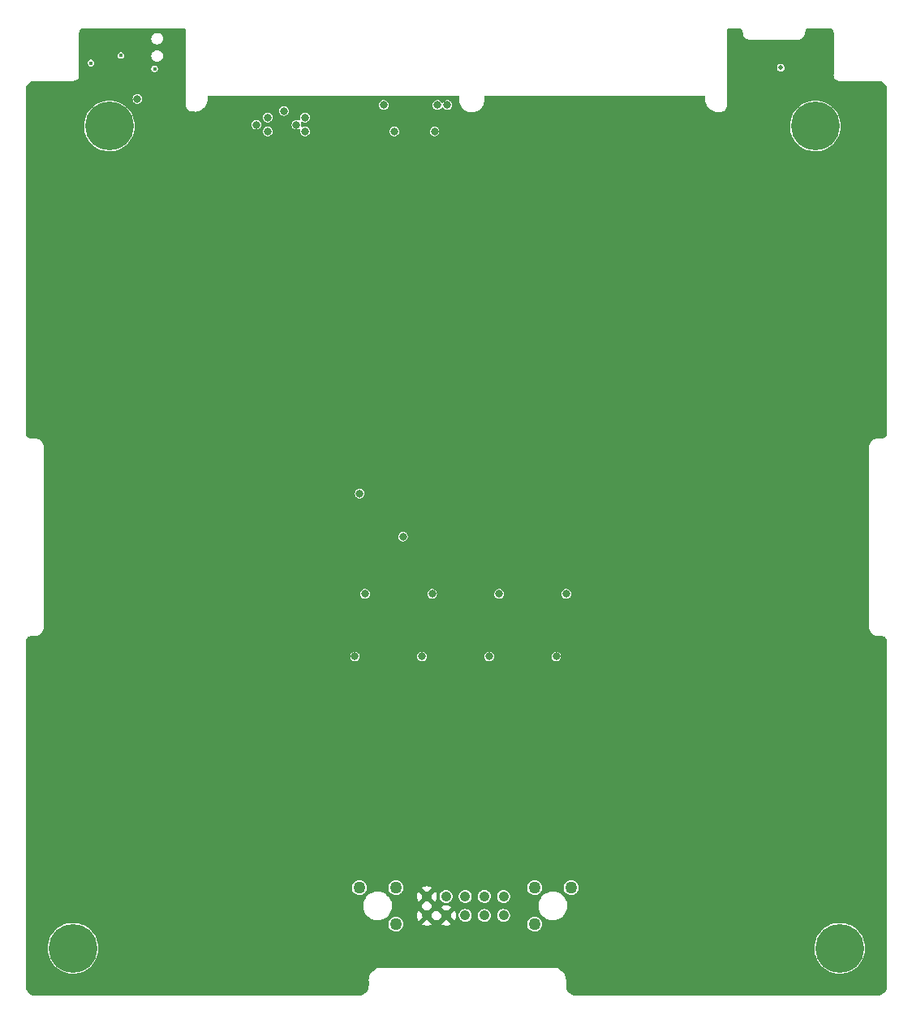
<source format=gbr>
%TF.GenerationSoftware,KiCad,Pcbnew,(6.0.1-0)*%
%TF.CreationDate,2022-02-08T16:02:54-05:00*%
%TF.ProjectId,FP Interface Card,46502049-6e74-4657-9266-616365204361,rev?*%
%TF.SameCoordinates,Original*%
%TF.FileFunction,Copper,L3,Inr*%
%TF.FilePolarity,Positive*%
%FSLAX46Y46*%
G04 Gerber Fmt 4.6, Leading zero omitted, Abs format (unit mm)*
G04 Created by KiCad (PCBNEW (6.0.1-0)) date 2022-02-08 16:02:54*
%MOMM*%
%LPD*%
G01*
G04 APERTURE LIST*
%TA.AperFunction,ComponentPad*%
%ADD10C,5.080000*%
%TD*%
%TA.AperFunction,ComponentPad*%
%ADD11C,1.070000*%
%TD*%
%TA.AperFunction,ComponentPad*%
%ADD12C,1.270000*%
%TD*%
%TA.AperFunction,ViaPad*%
%ADD13C,0.508000*%
%TD*%
%TA.AperFunction,ViaPad*%
%ADD14C,0.381000*%
%TD*%
%TA.AperFunction,ViaPad*%
%ADD15C,0.800000*%
%TD*%
G04 APERTURE END LIST*
D10*
%TO.N,/CHS*%
%TO.C,H2*%
X82540000Y90810000D03*
%TD*%
%TO.N,/CHS*%
%TO.C,H1*%
X8880000Y90810000D03*
%TD*%
%TO.N,/CHS*%
%TO.C,H3*%
X85080000Y5080000D03*
%TD*%
%TO.N,/CHS*%
%TO.C,H4*%
X5080000Y5080000D03*
%TD*%
D11*
%TO.N,GND*%
%TO.C,J1*%
X42000010Y8499999D03*
X42000010Y10499999D03*
X44000010Y8499999D03*
%TO.N,/SERVO_PWR_CTRL*%
X44000010Y10499999D03*
%TO.N,/RXD*%
X46000010Y8499999D03*
%TO.N,/TXD*%
X46000010Y10499999D03*
%TO.N,/RESET*%
X48000010Y8499999D03*
%TO.N,+5V*%
X48000010Y10499999D03*
X50000010Y8499999D03*
X50000010Y10499999D03*
D12*
%TO.N,N/C*%
X53240010Y11404999D03*
X53240010Y7594999D03*
X57050010Y11404999D03*
X38760010Y11404999D03*
X34950010Y11404999D03*
X38760010Y7594999D03*
%TD*%
D13*
%TO.N,Net-(C3-Pad1)*%
X78930500Y96901000D03*
D14*
%TO.N,/5V_USB*%
X10096500Y98171000D03*
D15*
X29300000Y90250000D03*
X42800000Y90250000D03*
X25400000Y90250000D03*
X38600000Y90250000D03*
D14*
X6959600Y97383600D03*
D15*
%TO.N,/H2-6*%
X27083820Y92383820D03*
%TO.N,/H1-6*%
X39500000Y48000000D03*
X35000000Y52500000D03*
D14*
%TO.N,GND*%
X88773000Y90805000D03*
D15*
X51083820Y93016180D03*
D14*
X79499400Y92839600D03*
X76454000Y96964500D03*
D15*
X63900000Y93350000D03*
X49450000Y93000000D03*
D14*
X88900000Y6604000D03*
X12255500Y95504000D03*
D13*
X75374500Y94361000D03*
D14*
X2286000Y90932000D03*
X12890500Y98018600D03*
X1143000Y6477000D03*
D13*
X80772000Y97218500D03*
D14*
X8331200Y99187000D03*
D15*
%TO.N,/H1-19*%
X28400000Y90950000D03*
X24200000Y90950000D03*
X11800000Y93650000D03*
X37500000Y93000000D03*
%TO.N,/H1-20*%
X25400000Y91700000D03*
X29300000Y91700000D03*
D14*
X13589000Y96774000D03*
D15*
%TO.N,+5V*%
X43100000Y93000000D03*
X41500000Y35500000D03*
X55500000Y35500000D03*
X48500000Y35500000D03*
X34500000Y35500000D03*
%TO.N,+3V3*%
X44150000Y93000000D03*
X49550000Y42037500D03*
X56550000Y42037500D03*
X42550000Y42037500D03*
X35550000Y42037500D03*
%TD*%
%TA.AperFunction,Conductor*%
%TO.N,GND*%
G36*
X74657356Y100990409D02*
G01*
X74689179Y100977228D01*
X74729564Y100960500D01*
X74758045Y100944057D01*
X74829693Y100889080D01*
X74852942Y100865831D01*
X74907919Y100794183D01*
X74924362Y100765701D01*
X74958919Y100682273D01*
X74967432Y100650502D01*
X74979465Y100559108D01*
X74979908Y100555740D01*
X74976598Y100555304D01*
X74978252Y100549557D01*
X74976904Y100544528D01*
X74978425Y100538851D01*
X74991903Y100402012D01*
X74993702Y100396083D01*
X74993702Y100396081D01*
X75020412Y100308031D01*
X75033473Y100264974D01*
X75100979Y100138678D01*
X75191828Y100027979D01*
X75302527Y99937130D01*
X75307985Y99934213D01*
X75307986Y99934212D01*
X75323662Y99925833D01*
X75428823Y99869624D01*
X75565861Y99828054D01*
X75670608Y99817737D01*
X75670591Y99817560D01*
X75672597Y99816810D01*
X75672668Y99817534D01*
X75684617Y99816357D01*
X75702700Y99814576D01*
X75708377Y99813055D01*
X75724399Y99817348D01*
X75740269Y99817348D01*
X75741682Y99817534D01*
X80675075Y99817534D01*
X80676496Y99817347D01*
X80692361Y99817347D01*
X80708383Y99813054D01*
X80714060Y99814575D01*
X80730217Y99816166D01*
X80730218Y99816166D01*
X80807404Y99823768D01*
X80850899Y99828052D01*
X80987938Y99869623D01*
X81089853Y99924097D01*
X81108775Y99934211D01*
X81108776Y99934212D01*
X81114234Y99937129D01*
X81224933Y100027978D01*
X81315782Y100138677D01*
X81318701Y100144137D01*
X81353942Y100210070D01*
X81383288Y100264973D01*
X81424859Y100402012D01*
X81438336Y100538851D01*
X81439857Y100544528D01*
X81438538Y100549450D01*
X81440254Y100555294D01*
X81436852Y100555742D01*
X81449328Y100650502D01*
X81457841Y100682273D01*
X81492398Y100765701D01*
X81508841Y100794183D01*
X81563818Y100865831D01*
X81587067Y100889080D01*
X81658715Y100944057D01*
X81687196Y100960500D01*
X81727581Y100977228D01*
X81759404Y100990409D01*
X81807621Y101000000D01*
X84110310Y101000000D01*
X84158529Y100990408D01*
X84220614Y100964691D01*
X84249099Y100948245D01*
X84314256Y100898248D01*
X84337514Y100874990D01*
X84376577Y100824083D01*
X84387511Y100809833D01*
X84403954Y100781354D01*
X84435388Y100705467D01*
X84443900Y100673700D01*
X84455309Y100587039D01*
X84451999Y100586603D01*
X84453653Y100580857D01*
X84452305Y100575828D01*
X84456598Y100559806D01*
X84456598Y100543941D01*
X84456785Y100542520D01*
X84456785Y96159153D01*
X84456598Y96157732D01*
X84456597Y96141865D01*
X84452305Y96125845D01*
X84453371Y96121865D01*
X84455392Y96103927D01*
X84455392Y96103926D01*
X84463315Y96033617D01*
X84468323Y95989172D01*
X84513749Y95859352D01*
X84517511Y95853365D01*
X84567998Y95773015D01*
X84586923Y95742895D01*
X84684177Y95645641D01*
X84800634Y95572467D01*
X84807310Y95570131D01*
X84807312Y95570130D01*
X84900015Y95537692D01*
X84930454Y95527041D01*
X85024727Y95516418D01*
X85025903Y95516136D01*
X85027805Y95515999D01*
X85029501Y95515365D01*
X85029534Y95515592D01*
X85030148Y95515503D01*
X85030096Y95515143D01*
X85030197Y95515105D01*
X85032736Y95514496D01*
X85032849Y95515503D01*
X85063147Y95512089D01*
X85067127Y95511023D01*
X85083147Y95515315D01*
X85099014Y95515316D01*
X85100435Y95515503D01*
X89033804Y95515503D01*
X89035247Y95515313D01*
X89051102Y95515313D01*
X89067124Y95511020D01*
X89075636Y95513301D01*
X89079531Y95512157D01*
X89079727Y95514397D01*
X89079728Y95514397D01*
X89113591Y95511434D01*
X89225605Y95501634D01*
X89247228Y95497822D01*
X89364455Y95466411D01*
X89390245Y95459501D01*
X89410884Y95451989D01*
X89545072Y95389416D01*
X89564092Y95378434D01*
X89685378Y95293509D01*
X89702203Y95279391D01*
X89806891Y95174703D01*
X89821009Y95157879D01*
X89905938Y95036589D01*
X89916914Y95017578D01*
X89978743Y94884987D01*
X89979490Y94883386D01*
X89987002Y94862746D01*
X89995707Y94830257D01*
X90000000Y94797647D01*
X90000000Y58654515D01*
X89992930Y58612903D01*
X89984806Y58589686D01*
X89984806Y58589685D01*
X89972567Y58564270D01*
X89912013Y58467899D01*
X89894425Y58445846D01*
X89813958Y58365379D01*
X89791899Y58347787D01*
X89695539Y58287240D01*
X89670118Y58274998D01*
X89562706Y58237413D01*
X89535199Y58231134D01*
X89419772Y58218128D01*
X89419471Y58220802D01*
X89414712Y58219484D01*
X89408002Y58221282D01*
X89391980Y58216989D01*
X89376115Y58216989D01*
X89374694Y58216802D01*
X89060310Y58216802D01*
X89058889Y58216989D01*
X89043025Y58216989D01*
X89027002Y58221282D01*
X89025946Y58220999D01*
X88852728Y58203938D01*
X88846798Y58202139D01*
X88846797Y58202139D01*
X88715570Y58162332D01*
X88685151Y58153104D01*
X88679696Y58150188D01*
X88679693Y58150187D01*
X88602732Y58109050D01*
X88530711Y58070554D01*
X88395343Y57959461D01*
X88284250Y57824093D01*
X88201700Y57669653D01*
X88150866Y57502076D01*
X88133805Y57328858D01*
X88133522Y57327802D01*
X88137815Y57311779D01*
X88137815Y57295915D01*
X88138002Y57294494D01*
X88138002Y38590510D01*
X88137815Y38589089D01*
X88137815Y38573225D01*
X88133522Y38557202D01*
X88133805Y38556146D01*
X88150866Y38382928D01*
X88201700Y38215351D01*
X88284250Y38060911D01*
X88395343Y37925543D01*
X88530711Y37814450D01*
X88600443Y37777177D01*
X88679693Y37734817D01*
X88679696Y37734816D01*
X88685151Y37731900D01*
X88691075Y37730103D01*
X88846797Y37682865D01*
X88846798Y37682865D01*
X88852728Y37681066D01*
X89025946Y37664005D01*
X89027002Y37663722D01*
X89043025Y37668015D01*
X89058889Y37668015D01*
X89060310Y37668202D01*
X89374694Y37668202D01*
X89376115Y37668015D01*
X89391980Y37668015D01*
X89408002Y37663722D01*
X89414445Y37665448D01*
X89419446Y37663980D01*
X89419772Y37666876D01*
X89535199Y37653870D01*
X89562706Y37647591D01*
X89670118Y37610006D01*
X89695539Y37597764D01*
X89791899Y37537217D01*
X89813958Y37519625D01*
X89894425Y37439158D01*
X89912013Y37417105D01*
X89972567Y37320734D01*
X89984804Y37295323D01*
X89992930Y37272101D01*
X90000000Y37230489D01*
X90000000Y925143D01*
X89995706Y892531D01*
X89981518Y839582D01*
X89974007Y818944D01*
X89904736Y670392D01*
X89893754Y651371D01*
X89799738Y517102D01*
X89785620Y500278D01*
X89669726Y384384D01*
X89652902Y370266D01*
X89518633Y276250D01*
X89499612Y265268D01*
X89351060Y195997D01*
X89330423Y188485D01*
X89172095Y146061D01*
X89150471Y142248D01*
X88988806Y128105D01*
X88988638Y130027D01*
X88985105Y129097D01*
X88976202Y131482D01*
X88960180Y127189D01*
X88944315Y127189D01*
X88942894Y127002D01*
X57615110Y127002D01*
X57613689Y127189D01*
X57597824Y127189D01*
X57581802Y131482D01*
X57573289Y129201D01*
X57569394Y130345D01*
X57569198Y128105D01*
X57407533Y142248D01*
X57385909Y146061D01*
X57227581Y188485D01*
X57206944Y195997D01*
X57058392Y265268D01*
X57039371Y276250D01*
X56905102Y370266D01*
X56888278Y384384D01*
X56772384Y500278D01*
X56758266Y517102D01*
X56664250Y651371D01*
X56653268Y670392D01*
X56583997Y818944D01*
X56576485Y839582D01*
X56569706Y864882D01*
X56534061Y997909D01*
X56530248Y1019536D01*
X56516105Y1181198D01*
X56518027Y1181366D01*
X56517097Y1184899D01*
X56519482Y1193802D01*
X56515189Y1209824D01*
X56515189Y1225689D01*
X56515002Y1227110D01*
X56515002Y1693894D01*
X56515189Y1695314D01*
X56515188Y1711177D01*
X56519482Y1727202D01*
X56518921Y1729295D01*
X56502774Y1934460D01*
X56454242Y2136614D01*
X56374682Y2328687D01*
X56266056Y2505949D01*
X56262849Y2509704D01*
X56262846Y2509708D01*
X56134244Y2660280D01*
X56131036Y2664036D01*
X56054194Y2729666D01*
X55976708Y2795846D01*
X55976704Y2795849D01*
X55972949Y2799056D01*
X55795687Y2907682D01*
X55603614Y2987242D01*
X55572002Y2994831D01*
X55406273Y3034619D01*
X55406267Y3034620D01*
X55401460Y3035774D01*
X55246090Y3048002D01*
X55217566Y3050247D01*
X55196295Y3051921D01*
X55194202Y3052482D01*
X55178177Y3048188D01*
X55162314Y3048189D01*
X55160894Y3048002D01*
X37295110Y3048002D01*
X37293690Y3048189D01*
X37277827Y3048188D01*
X37261802Y3052482D01*
X37259709Y3051921D01*
X37242096Y3050535D01*
X37242095Y3050535D01*
X37158946Y3043991D01*
X37054544Y3035774D01*
X37049737Y3034620D01*
X37049731Y3034619D01*
X36884002Y2994831D01*
X36852390Y2987242D01*
X36660317Y2907682D01*
X36483055Y2799056D01*
X36479300Y2795849D01*
X36479296Y2795846D01*
X36401810Y2729666D01*
X36324968Y2664036D01*
X36321760Y2660280D01*
X36193158Y2509708D01*
X36193155Y2509704D01*
X36189948Y2505949D01*
X36081322Y2328687D01*
X36001762Y2136614D01*
X35953230Y1934460D01*
X35937083Y1729295D01*
X35936522Y1727202D01*
X35940816Y1711177D01*
X35940815Y1695314D01*
X35941002Y1693894D01*
X35941002Y1227110D01*
X35940815Y1225689D01*
X35940815Y1209824D01*
X35936522Y1193802D01*
X35938803Y1185289D01*
X35937659Y1181394D01*
X35939899Y1181198D01*
X35925756Y1019536D01*
X35921943Y997909D01*
X35886298Y864882D01*
X35879519Y839582D01*
X35872007Y818944D01*
X35802736Y670392D01*
X35791754Y651371D01*
X35697738Y517102D01*
X35683620Y500278D01*
X35567726Y384384D01*
X35550902Y370266D01*
X35416633Y276250D01*
X35397612Y265268D01*
X35249060Y195997D01*
X35228423Y188485D01*
X35070095Y146061D01*
X35048471Y142248D01*
X34886806Y128105D01*
X34886638Y130027D01*
X34883105Y129097D01*
X34874202Y131482D01*
X34858180Y127189D01*
X34842315Y127189D01*
X34840894Y127002D01*
X1138449Y127005D01*
X1138449Y128109D01*
X1136334Y127719D01*
X1125977Y131215D01*
X1117336Y129481D01*
X1113521Y130870D01*
X1113183Y128647D01*
X952330Y153124D01*
X930988Y158308D01*
X841588Y188485D01*
X775289Y210864D01*
X755173Y219674D01*
X686920Y256968D01*
X610957Y298474D01*
X592677Y310644D01*
X464344Y413282D01*
X448452Y428443D01*
X339889Y551811D01*
X326872Y569501D01*
X241382Y709843D01*
X231634Y729525D01*
X210191Y784390D01*
X171812Y882583D01*
X165631Y903656D01*
X133296Y1064778D01*
X130868Y1086607D01*
X127042Y1249263D01*
X128970Y1249308D01*
X128267Y1252892D01*
X131215Y1261627D01*
X127952Y1277888D01*
X128249Y1282546D01*
X126993Y1295185D01*
X126994Y5107701D01*
X2434819Y5107701D01*
X2450649Y4789717D01*
X2451290Y4785986D01*
X2451291Y4785978D01*
X2465455Y4703553D01*
X2504566Y4475938D01*
X2505654Y4472299D01*
X2505655Y4472296D01*
X2527563Y4399043D01*
X2595790Y4170908D01*
X2722997Y3879047D01*
X2884347Y3604582D01*
X2886648Y3601567D01*
X3075201Y3354502D01*
X3075206Y3354496D01*
X3077501Y3351489D01*
X3299662Y3123435D01*
X3547612Y2923721D01*
X3817760Y2755242D01*
X4106191Y2620438D01*
X4109801Y2619255D01*
X4109805Y2619253D01*
X4199041Y2590000D01*
X4408728Y2521261D01*
X4720988Y2459149D01*
X4724760Y2458862D01*
X4724768Y2458861D01*
X5034672Y2435287D01*
X5034677Y2435287D01*
X5038449Y2435000D01*
X5356512Y2449165D01*
X5360250Y2449787D01*
X5360258Y2449788D01*
X5666827Y2500816D01*
X5666829Y2500817D01*
X5670569Y2501439D01*
X5841081Y2551462D01*
X5972446Y2590000D01*
X5972450Y2590001D01*
X5976072Y2591064D01*
X6268595Y2716741D01*
X6543901Y2876652D01*
X6798002Y3068478D01*
X7027217Y3289442D01*
X7228226Y3536343D01*
X7398117Y3805604D01*
X7534429Y4093326D01*
X7635189Y4395339D01*
X7698935Y4707270D01*
X7724746Y5024600D01*
X7725326Y5080000D01*
X7723656Y5107701D01*
X82434819Y5107701D01*
X82450649Y4789717D01*
X82451290Y4785986D01*
X82451291Y4785978D01*
X82465455Y4703553D01*
X82504566Y4475938D01*
X82505654Y4472299D01*
X82505655Y4472296D01*
X82527563Y4399043D01*
X82595790Y4170908D01*
X82722997Y3879047D01*
X82884347Y3604582D01*
X82886648Y3601567D01*
X83075201Y3354502D01*
X83075206Y3354496D01*
X83077501Y3351489D01*
X83299662Y3123435D01*
X83547612Y2923721D01*
X83817760Y2755242D01*
X84106191Y2620438D01*
X84109801Y2619255D01*
X84109805Y2619253D01*
X84199041Y2590000D01*
X84408728Y2521261D01*
X84720988Y2459149D01*
X84724760Y2458862D01*
X84724768Y2458861D01*
X85034672Y2435287D01*
X85034677Y2435287D01*
X85038449Y2435000D01*
X85356512Y2449165D01*
X85360250Y2449787D01*
X85360258Y2449788D01*
X85666827Y2500816D01*
X85666829Y2500817D01*
X85670569Y2501439D01*
X85841081Y2551462D01*
X85972446Y2590000D01*
X85972450Y2590001D01*
X85976072Y2591064D01*
X86268595Y2716741D01*
X86543901Y2876652D01*
X86798002Y3068478D01*
X87027217Y3289442D01*
X87228226Y3536343D01*
X87398117Y3805604D01*
X87534429Y4093326D01*
X87635189Y4395339D01*
X87698935Y4707270D01*
X87724746Y5024600D01*
X87725326Y5080000D01*
X87706167Y5397801D01*
X87648967Y5710999D01*
X87554554Y6015056D01*
X87424297Y6305569D01*
X87260082Y6578329D01*
X87257755Y6581313D01*
X87257750Y6581320D01*
X87066624Y6826390D01*
X87066622Y6826392D01*
X87064288Y6829385D01*
X86839751Y7055101D01*
X86589723Y7252207D01*
X86317827Y7417848D01*
X86190650Y7475672D01*
X86031452Y7548056D01*
X86031444Y7548059D01*
X86028000Y7549625D01*
X85724441Y7645628D01*
X85585557Y7671745D01*
X85415271Y7703767D01*
X85415266Y7703768D01*
X85411547Y7704467D01*
X85093851Y7725290D01*
X85090071Y7725082D01*
X85090070Y7725082D01*
X84997289Y7719976D01*
X84775954Y7707795D01*
X84462461Y7652235D01*
X84458845Y7651133D01*
X84458837Y7651131D01*
X84161537Y7560521D01*
X84161530Y7560518D01*
X84157913Y7559416D01*
X83866722Y7430682D01*
X83863468Y7428746D01*
X83863462Y7428743D01*
X83596365Y7269837D01*
X83593106Y7267898D01*
X83590105Y7265583D01*
X83590101Y7265580D01*
X83563081Y7244734D01*
X83341028Y7073421D01*
X83338327Y7070762D01*
X83338320Y7070756D01*
X83116848Y6852735D01*
X83114140Y6850069D01*
X83111776Y6847102D01*
X83111773Y6847099D01*
X82918092Y6604044D01*
X82915727Y6601076D01*
X82748665Y6330051D01*
X82615373Y6040918D01*
X82614214Y6037318D01*
X82614211Y6037311D01*
X82605878Y6011433D01*
X82517782Y5737866D01*
X82517063Y5734150D01*
X82517061Y5734142D01*
X82458024Y5429003D01*
X82458023Y5428994D01*
X82457305Y5425284D01*
X82457038Y5421508D01*
X82457037Y5421503D01*
X82435087Y5111490D01*
X82434819Y5107701D01*
X7723656Y5107701D01*
X7706167Y5397801D01*
X7648967Y5710999D01*
X7554554Y6015056D01*
X7424297Y6305569D01*
X7260082Y6578329D01*
X7257755Y6581313D01*
X7257750Y6581320D01*
X7066624Y6826390D01*
X7066622Y6826392D01*
X7064288Y6829385D01*
X6839751Y7055101D01*
X6589723Y7252207D01*
X6317827Y7417848D01*
X6190650Y7475672D01*
X6031452Y7548056D01*
X6031444Y7548059D01*
X6028000Y7549625D01*
X5867191Y7600482D01*
X37974590Y7600482D01*
X37975326Y7593480D01*
X37975326Y7593478D01*
X37987709Y7475672D01*
X37992894Y7426337D01*
X38049324Y7260575D01*
X38141076Y7111434D01*
X38263590Y6986327D01*
X38410776Y6891472D01*
X38417399Y6889061D01*
X38417402Y6889060D01*
X38568697Y6833993D01*
X38568702Y6833992D01*
X38575320Y6831583D01*
X38710557Y6814499D01*
X38804041Y6814499D01*
X38934023Y6829079D01*
X38940676Y6831396D01*
X38940677Y6831396D01*
X39008069Y6854865D01*
X39099387Y6886665D01*
X39247884Y6979456D01*
X39326418Y7057444D01*
X39367134Y7097876D01*
X39367137Y7097880D01*
X39372132Y7102840D01*
X39465958Y7250685D01*
X39524697Y7415643D01*
X39525973Y7426337D01*
X39544596Y7582523D01*
X39545430Y7589516D01*
X39544477Y7598587D01*
X39543788Y7605145D01*
X41469986Y7605145D01*
X41474895Y7598587D01*
X41575047Y7542614D01*
X41586286Y7537704D01*
X41769098Y7478305D01*
X41781072Y7475672D01*
X41971949Y7452911D01*
X41984198Y7452654D01*
X42175859Y7467401D01*
X42187937Y7469531D01*
X42373074Y7521223D01*
X42384507Y7525657D01*
X42521571Y7594893D01*
X42531855Y7604538D01*
X42531651Y7605145D01*
X43469986Y7605145D01*
X43474895Y7598587D01*
X43575047Y7542614D01*
X43586286Y7537704D01*
X43769098Y7478305D01*
X43781072Y7475672D01*
X43971949Y7452911D01*
X43984198Y7452654D01*
X44175859Y7467401D01*
X44187937Y7469531D01*
X44373074Y7521223D01*
X44384507Y7525657D01*
X44521571Y7594893D01*
X44527530Y7600482D01*
X52454590Y7600482D01*
X52455326Y7593480D01*
X52455326Y7593478D01*
X52467709Y7475672D01*
X52472894Y7426337D01*
X52529324Y7260575D01*
X52621076Y7111434D01*
X52743590Y6986327D01*
X52890776Y6891472D01*
X52897399Y6889061D01*
X52897402Y6889060D01*
X53048697Y6833993D01*
X53048702Y6833992D01*
X53055320Y6831583D01*
X53190557Y6814499D01*
X53284041Y6814499D01*
X53414023Y6829079D01*
X53420676Y6831396D01*
X53420677Y6831396D01*
X53488069Y6854865D01*
X53579387Y6886665D01*
X53727884Y6979456D01*
X53806418Y7057444D01*
X53847134Y7097876D01*
X53847137Y7097880D01*
X53852132Y7102840D01*
X53945958Y7250685D01*
X54004697Y7415643D01*
X54005973Y7426337D01*
X54024596Y7582523D01*
X54025430Y7589516D01*
X54024477Y7598587D01*
X54007862Y7756661D01*
X54007862Y7756663D01*
X54007126Y7763661D01*
X53962001Y7896215D01*
X53952967Y7922753D01*
X53952966Y7922756D01*
X53950696Y7929423D01*
X53925191Y7970881D01*
X53862635Y8072565D01*
X53862633Y8072567D01*
X53858944Y8078564D01*
X53764088Y8175428D01*
X53741358Y8198639D01*
X53741357Y8198640D01*
X53736430Y8203671D01*
X53589244Y8298526D01*
X53582621Y8300937D01*
X53582618Y8300938D01*
X53431323Y8356005D01*
X53431318Y8356006D01*
X53424700Y8358415D01*
X53289463Y8375499D01*
X53195979Y8375499D01*
X53065997Y8360919D01*
X53059344Y8358602D01*
X53059343Y8358602D01*
X53051886Y8356005D01*
X52900633Y8303333D01*
X52752136Y8210542D01*
X52718856Y8177493D01*
X52632886Y8092122D01*
X52632883Y8092118D01*
X52627888Y8087158D01*
X52534062Y7939313D01*
X52515477Y7887121D01*
X52498840Y7840397D01*
X52475323Y7774355D01*
X52474490Y7767369D01*
X52474489Y7767365D01*
X52467411Y7708003D01*
X52454590Y7600482D01*
X44527530Y7600482D01*
X44531855Y7604538D01*
X44529617Y7611182D01*
X44012822Y8127977D01*
X43998878Y8135591D01*
X43997045Y8135460D01*
X43990430Y8131209D01*
X43476746Y7617525D01*
X43469986Y7605145D01*
X42531651Y7605145D01*
X42529617Y7611182D01*
X42012822Y8127977D01*
X41998878Y8135591D01*
X41997045Y8135460D01*
X41990430Y8131209D01*
X41476746Y7617525D01*
X41469986Y7605145D01*
X39543788Y7605145D01*
X39527862Y7756661D01*
X39527862Y7756663D01*
X39527126Y7763661D01*
X39482001Y7896215D01*
X39472967Y7922753D01*
X39472966Y7922756D01*
X39470696Y7929423D01*
X39445191Y7970881D01*
X39382635Y8072565D01*
X39382633Y8072567D01*
X39378944Y8078564D01*
X39284088Y8175428D01*
X39261358Y8198639D01*
X39261357Y8198640D01*
X39256430Y8203671D01*
X39109244Y8298526D01*
X39102621Y8300937D01*
X39102618Y8300938D01*
X38951323Y8356005D01*
X38951318Y8356006D01*
X38944700Y8358415D01*
X38809463Y8375499D01*
X38715979Y8375499D01*
X38585997Y8360919D01*
X38579344Y8358602D01*
X38579343Y8358602D01*
X38571886Y8356005D01*
X38420633Y8303333D01*
X38272136Y8210542D01*
X38238856Y8177493D01*
X38152886Y8092122D01*
X38152883Y8092118D01*
X38147888Y8087158D01*
X38054062Y7939313D01*
X38035477Y7887121D01*
X38018840Y7840397D01*
X37995323Y7774355D01*
X37994490Y7767369D01*
X37994489Y7767365D01*
X37987411Y7708003D01*
X37974590Y7600482D01*
X5867191Y7600482D01*
X5724441Y7645628D01*
X5585557Y7671745D01*
X5415271Y7703767D01*
X5415266Y7703768D01*
X5411547Y7704467D01*
X5093851Y7725290D01*
X5090071Y7725082D01*
X5090070Y7725082D01*
X4997289Y7719976D01*
X4775954Y7707795D01*
X4462461Y7652235D01*
X4458845Y7651133D01*
X4458837Y7651131D01*
X4161537Y7560521D01*
X4161530Y7560518D01*
X4157913Y7559416D01*
X3866722Y7430682D01*
X3863468Y7428746D01*
X3863462Y7428743D01*
X3596365Y7269837D01*
X3593106Y7267898D01*
X3590105Y7265583D01*
X3590101Y7265580D01*
X3563081Y7244734D01*
X3341028Y7073421D01*
X3338327Y7070762D01*
X3338320Y7070756D01*
X3116848Y6852735D01*
X3114140Y6850069D01*
X3111776Y6847102D01*
X3111773Y6847099D01*
X2918092Y6604044D01*
X2915727Y6601076D01*
X2748665Y6330051D01*
X2615373Y6040918D01*
X2614214Y6037318D01*
X2614211Y6037311D01*
X2605878Y6011433D01*
X2517782Y5737866D01*
X2517063Y5734150D01*
X2517061Y5734142D01*
X2458024Y5429003D01*
X2458023Y5428994D01*
X2457305Y5425284D01*
X2457038Y5421508D01*
X2457037Y5421503D01*
X2435087Y5111490D01*
X2434819Y5107701D01*
X126994Y5107701D01*
X126995Y7244734D01*
X126996Y9395321D01*
X35358040Y9395321D01*
X35395238Y9152232D01*
X35471639Y8918483D01*
X35474029Y8913892D01*
X35580446Y8709468D01*
X35585191Y8700352D01*
X35588294Y8696219D01*
X35588296Y8696216D01*
X35728427Y8509579D01*
X35732845Y8503695D01*
X35736583Y8500123D01*
X35887394Y8356005D01*
X35910636Y8333794D01*
X35914908Y8330880D01*
X35914909Y8330879D01*
X36025261Y8255602D01*
X36113788Y8195213D01*
X36225318Y8143443D01*
X36332152Y8093852D01*
X36332155Y8093851D01*
X36336847Y8091673D01*
X36573821Y8025954D01*
X36578958Y8025405D01*
X36771247Y8004855D01*
X36771255Y8004855D01*
X36774582Y8004499D01*
X36917347Y8004499D01*
X36919920Y8004711D01*
X36919931Y8004711D01*
X37094950Y8019100D01*
X37094956Y8019101D01*
X37100101Y8019524D01*
X37338610Y8079433D01*
X37564131Y8177493D01*
X37674493Y8248889D01*
X37766269Y8308261D01*
X37766272Y8308263D01*
X37770609Y8311069D01*
X37952498Y8476575D01*
X37977701Y8508488D01*
X40952581Y8508488D01*
X40968665Y8316946D01*
X40970879Y8304884D01*
X41023863Y8120109D01*
X41028379Y8108704D01*
X41095162Y7978758D01*
X41104883Y7968537D01*
X41111682Y7970881D01*
X41627988Y8487187D01*
X41634366Y8498867D01*
X42364418Y8498867D01*
X42364549Y8497034D01*
X42368800Y8490419D01*
X42882343Y7976876D01*
X42894723Y7970116D01*
X42920514Y7989423D01*
X42922038Y7987387D01*
X42949151Y8010483D01*
X43019508Y8019994D01*
X43083838Y7989957D01*
X43091827Y7982265D01*
X43104883Y7968537D01*
X43111682Y7970881D01*
X43627988Y8487187D01*
X43634366Y8498867D01*
X44364418Y8498867D01*
X44364549Y8497034D01*
X44368800Y8490419D01*
X44882343Y7976876D01*
X44894723Y7970116D01*
X44901457Y7975157D01*
X44954404Y8068359D01*
X44959394Y8079568D01*
X45020067Y8261958D01*
X45022785Y8273925D01*
X45041442Y8421615D01*
X45322558Y8421615D01*
X45324330Y8414235D01*
X45324330Y8414233D01*
X45352109Y8298526D01*
X45360810Y8262283D01*
X45435964Y8116674D01*
X45440956Y8110952D01*
X45440957Y8110950D01*
X45528601Y8010483D01*
X45543682Y7993195D01*
X45677744Y7898975D01*
X45684820Y7896216D01*
X45684822Y7896215D01*
X45823331Y7842212D01*
X45830410Y7839452D01*
X45837943Y7838460D01*
X45837944Y7838460D01*
X45951297Y7823537D01*
X45955384Y7822999D01*
X46041096Y7822999D01*
X46097021Y7829767D01*
X46155142Y7836800D01*
X46155145Y7836801D01*
X46162683Y7837713D01*
X46169784Y7840396D01*
X46169787Y7840397D01*
X46308862Y7892949D01*
X46315965Y7895633D01*
X46425452Y7970881D01*
X46444747Y7984142D01*
X46444749Y7984143D01*
X46451006Y7988444D01*
X46465311Y8004499D01*
X46554958Y8105116D01*
X46554960Y8105119D01*
X46560011Y8110788D01*
X46569112Y8127977D01*
X46633132Y8248889D01*
X46633133Y8248891D01*
X46636686Y8255602D01*
X46647737Y8299598D01*
X46674753Y8407154D01*
X46674753Y8407157D01*
X46676604Y8414525D01*
X46676641Y8421615D01*
X47322558Y8421615D01*
X47324330Y8414235D01*
X47324330Y8414233D01*
X47352109Y8298526D01*
X47360810Y8262283D01*
X47435964Y8116674D01*
X47440956Y8110952D01*
X47440957Y8110950D01*
X47528601Y8010483D01*
X47543682Y7993195D01*
X47677744Y7898975D01*
X47684820Y7896216D01*
X47684822Y7896215D01*
X47823331Y7842212D01*
X47830410Y7839452D01*
X47837943Y7838460D01*
X47837944Y7838460D01*
X47951297Y7823537D01*
X47955384Y7822999D01*
X48041096Y7822999D01*
X48097021Y7829767D01*
X48155142Y7836800D01*
X48155145Y7836801D01*
X48162683Y7837713D01*
X48169784Y7840396D01*
X48169787Y7840397D01*
X48308862Y7892949D01*
X48315965Y7895633D01*
X48425452Y7970881D01*
X48444747Y7984142D01*
X48444749Y7984143D01*
X48451006Y7988444D01*
X48465311Y8004499D01*
X48554958Y8105116D01*
X48554960Y8105119D01*
X48560011Y8110788D01*
X48569112Y8127977D01*
X48633132Y8248889D01*
X48633133Y8248891D01*
X48636686Y8255602D01*
X48647737Y8299598D01*
X48674753Y8407154D01*
X48674753Y8407157D01*
X48676604Y8414525D01*
X48676641Y8421615D01*
X49322558Y8421615D01*
X49324330Y8414235D01*
X49324330Y8414233D01*
X49352109Y8298526D01*
X49360810Y8262283D01*
X49435964Y8116674D01*
X49440956Y8110952D01*
X49440957Y8110950D01*
X49528601Y8010483D01*
X49543682Y7993195D01*
X49677744Y7898975D01*
X49684820Y7896216D01*
X49684822Y7896215D01*
X49823331Y7842212D01*
X49830410Y7839452D01*
X49837943Y7838460D01*
X49837944Y7838460D01*
X49951297Y7823537D01*
X49955384Y7822999D01*
X50041096Y7822999D01*
X50097021Y7829767D01*
X50155142Y7836800D01*
X50155145Y7836801D01*
X50162683Y7837713D01*
X50169784Y7840396D01*
X50169787Y7840397D01*
X50308862Y7892949D01*
X50315965Y7895633D01*
X50425452Y7970881D01*
X50444747Y7984142D01*
X50444749Y7984143D01*
X50451006Y7988444D01*
X50465311Y8004499D01*
X50554958Y8105116D01*
X50554960Y8105119D01*
X50560011Y8110788D01*
X50569112Y8127977D01*
X50633132Y8248889D01*
X50633133Y8248891D01*
X50636686Y8255602D01*
X50647737Y8299598D01*
X50674753Y8407154D01*
X50674753Y8407157D01*
X50676604Y8414525D01*
X50677462Y8578383D01*
X50675690Y8585765D01*
X50640982Y8730336D01*
X50640981Y8730340D01*
X50639210Y8737715D01*
X50564056Y8883324D01*
X50558922Y8889210D01*
X50461334Y9001076D01*
X50456338Y9006803D01*
X50322276Y9101023D01*
X50315200Y9103782D01*
X50315198Y9103783D01*
X50176689Y9157786D01*
X50169610Y9160546D01*
X50162077Y9161538D01*
X50162076Y9161538D01*
X50048723Y9176461D01*
X50048722Y9176461D01*
X50044636Y9176999D01*
X49958924Y9176999D01*
X49902999Y9170231D01*
X49844878Y9163198D01*
X49844875Y9163197D01*
X49837337Y9162285D01*
X49830236Y9159602D01*
X49830233Y9159601D01*
X49730108Y9121767D01*
X49684055Y9104365D01*
X49677797Y9100064D01*
X49562370Y9020733D01*
X49549014Y9011554D01*
X49543962Y9005884D01*
X49543961Y9005883D01*
X49445062Y8894882D01*
X49445060Y8894879D01*
X49440009Y8889210D01*
X49436455Y8882497D01*
X49436454Y8882496D01*
X49429197Y8868789D01*
X49363334Y8744396D01*
X49323416Y8585473D01*
X49322558Y8421615D01*
X48676641Y8421615D01*
X48677462Y8578383D01*
X48675690Y8585765D01*
X48640982Y8730336D01*
X48640981Y8730340D01*
X48639210Y8737715D01*
X48564056Y8883324D01*
X48558922Y8889210D01*
X48461334Y9001076D01*
X48456338Y9006803D01*
X48322276Y9101023D01*
X48315200Y9103782D01*
X48315198Y9103783D01*
X48176689Y9157786D01*
X48169610Y9160546D01*
X48162077Y9161538D01*
X48162076Y9161538D01*
X48048723Y9176461D01*
X48048722Y9176461D01*
X48044636Y9176999D01*
X47958924Y9176999D01*
X47902999Y9170231D01*
X47844878Y9163198D01*
X47844875Y9163197D01*
X47837337Y9162285D01*
X47830236Y9159602D01*
X47830233Y9159601D01*
X47730108Y9121767D01*
X47684055Y9104365D01*
X47677797Y9100064D01*
X47562370Y9020733D01*
X47549014Y9011554D01*
X47543962Y9005884D01*
X47543961Y9005883D01*
X47445062Y8894882D01*
X47445060Y8894879D01*
X47440009Y8889210D01*
X47436455Y8882497D01*
X47436454Y8882496D01*
X47429197Y8868789D01*
X47363334Y8744396D01*
X47323416Y8585473D01*
X47322558Y8421615D01*
X46676641Y8421615D01*
X46677462Y8578383D01*
X46675690Y8585765D01*
X46640982Y8730336D01*
X46640981Y8730340D01*
X46639210Y8737715D01*
X46564056Y8883324D01*
X46558922Y8889210D01*
X46461334Y9001076D01*
X46456338Y9006803D01*
X46322276Y9101023D01*
X46315200Y9103782D01*
X46315198Y9103783D01*
X46176689Y9157786D01*
X46169610Y9160546D01*
X46162077Y9161538D01*
X46162076Y9161538D01*
X46048723Y9176461D01*
X46048722Y9176461D01*
X46044636Y9176999D01*
X45958924Y9176999D01*
X45902999Y9170231D01*
X45844878Y9163198D01*
X45844875Y9163197D01*
X45837337Y9162285D01*
X45830236Y9159602D01*
X45830233Y9159601D01*
X45730108Y9121767D01*
X45684055Y9104365D01*
X45677797Y9100064D01*
X45562370Y9020733D01*
X45549014Y9011554D01*
X45543962Y9005884D01*
X45543961Y9005883D01*
X45445062Y8894882D01*
X45445060Y8894879D01*
X45440009Y8889210D01*
X45436455Y8882497D01*
X45436454Y8882496D01*
X45429197Y8868789D01*
X45363334Y8744396D01*
X45323416Y8585473D01*
X45322558Y8421615D01*
X45041442Y8421615D01*
X45047205Y8467232D01*
X45047697Y8474261D01*
X45048008Y8496477D01*
X45047713Y8503505D01*
X45028698Y8697433D01*
X45026315Y8709468D01*
X44970759Y8893479D01*
X44966085Y8904820D01*
X44904452Y9020733D01*
X44894593Y9030813D01*
X44887465Y9028244D01*
X44372032Y8512811D01*
X44364418Y8498867D01*
X43634366Y8498867D01*
X43635602Y8501131D01*
X43635471Y8502964D01*
X43631220Y8509579D01*
X43117357Y9023442D01*
X43104977Y9030202D01*
X43079186Y9010895D01*
X43077796Y9012752D01*
X43051083Y8989672D01*
X42980794Y8979669D01*
X42916256Y9009255D01*
X42908826Y9016260D01*
X42894592Y9030813D01*
X42887465Y9028244D01*
X42372032Y8512811D01*
X42364418Y8498867D01*
X41634366Y8498867D01*
X41635602Y8501131D01*
X41635471Y8502964D01*
X41631220Y8509579D01*
X41117357Y9023442D01*
X41104977Y9030202D01*
X41098589Y9025420D01*
X41039685Y8918276D01*
X41034848Y8906991D01*
X40976727Y8723770D01*
X40974179Y8711781D01*
X40952752Y8520757D01*
X40952581Y8508488D01*
X37977701Y8508488D01*
X38104912Y8669566D01*
X38223760Y8884858D01*
X38273535Y9025420D01*
X38304123Y9111796D01*
X38304124Y9111800D01*
X38305849Y9116671D01*
X38312184Y9152232D01*
X38320771Y9200440D01*
X38348975Y9358778D01*
X38349416Y9394834D01*
X41468893Y9394834D01*
X41471347Y9387872D01*
X41987198Y8872021D01*
X42001142Y8864407D01*
X42002975Y8864538D01*
X42009590Y8868789D01*
X42523670Y9382869D01*
X42530204Y9394835D01*
X43468892Y9394835D01*
X43471347Y9387872D01*
X43987198Y8872021D01*
X44001142Y8864407D01*
X44002975Y8864538D01*
X44009590Y8868789D01*
X44523670Y9382869D01*
X44530430Y9395249D01*
X44530376Y9395321D01*
X53648040Y9395321D01*
X53685238Y9152232D01*
X53761639Y8918483D01*
X53764029Y8913892D01*
X53870446Y8709468D01*
X53875191Y8700352D01*
X53878294Y8696219D01*
X53878296Y8696216D01*
X54018427Y8509579D01*
X54022845Y8503695D01*
X54026583Y8500123D01*
X54177394Y8356005D01*
X54200636Y8333794D01*
X54204908Y8330880D01*
X54204909Y8330879D01*
X54315261Y8255602D01*
X54403788Y8195213D01*
X54515318Y8143443D01*
X54622152Y8093852D01*
X54622155Y8093851D01*
X54626847Y8091673D01*
X54863821Y8025954D01*
X54868958Y8025405D01*
X55061247Y8004855D01*
X55061255Y8004855D01*
X55064582Y8004499D01*
X55207347Y8004499D01*
X55209920Y8004711D01*
X55209931Y8004711D01*
X55384950Y8019100D01*
X55384956Y8019101D01*
X55390101Y8019524D01*
X55628610Y8079433D01*
X55854131Y8177493D01*
X55964493Y8248889D01*
X56056269Y8308261D01*
X56056272Y8308263D01*
X56060609Y8311069D01*
X56242498Y8476575D01*
X56394912Y8669566D01*
X56513760Y8884858D01*
X56563535Y9025420D01*
X56594123Y9111796D01*
X56594124Y9111800D01*
X56595849Y9116671D01*
X56602184Y9152232D01*
X56610771Y9200440D01*
X56638975Y9358778D01*
X56641980Y9604677D01*
X56604782Y9847766D01*
X56528381Y10081515D01*
X56483598Y10167542D01*
X56417218Y10295057D01*
X56417217Y10295058D01*
X56414829Y10299646D01*
X56410897Y10304884D01*
X56270280Y10492168D01*
X56270278Y10492171D01*
X56267175Y10496303D01*
X56173864Y10585473D01*
X56093121Y10662633D01*
X56093120Y10662634D01*
X56089384Y10666204D01*
X56056071Y10688929D01*
X55904225Y10792511D01*
X55886232Y10804785D01*
X55757505Y10864538D01*
X55667868Y10906146D01*
X55667865Y10906147D01*
X55663173Y10908325D01*
X55426199Y10974044D01*
X55421062Y10974593D01*
X55228773Y10995143D01*
X55228765Y10995143D01*
X55225438Y10995499D01*
X55082673Y10995499D01*
X55080100Y10995287D01*
X55080089Y10995287D01*
X54905070Y10980898D01*
X54905064Y10980897D01*
X54899919Y10980474D01*
X54661410Y10920565D01*
X54435889Y10822505D01*
X54431541Y10819692D01*
X54233751Y10691737D01*
X54233748Y10691735D01*
X54229411Y10688929D01*
X54047522Y10523423D01*
X53895108Y10330432D01*
X53776260Y10115140D01*
X53759694Y10068359D01*
X53698529Y9895633D01*
X53694171Y9883327D01*
X53693264Y9878234D01*
X53693263Y9878231D01*
X53686926Y9842653D01*
X53651045Y9641220D01*
X53650289Y9579354D01*
X53649623Y9524818D01*
X53648040Y9395321D01*
X44530376Y9395321D01*
X44525771Y9401472D01*
X44411570Y9463222D01*
X44400255Y9467978D01*
X44216634Y9524818D01*
X44204623Y9527284D01*
X44013456Y9547376D01*
X44001187Y9547461D01*
X43809765Y9530041D01*
X43797716Y9527743D01*
X43613317Y9473471D01*
X43601940Y9468874D01*
X43479041Y9404624D01*
X43468892Y9394835D01*
X42530204Y9394835D01*
X42530430Y9395249D01*
X42511123Y9421040D01*
X42513176Y9422577D01*
X42490894Y9448182D01*
X42480642Y9518434D01*
X42509998Y9583078D01*
X42519202Y9592671D01*
X42531855Y9604538D01*
X42529617Y9611182D01*
X42012822Y10127977D01*
X41998878Y10135591D01*
X41997045Y10135460D01*
X41990430Y10131209D01*
X41476746Y9617525D01*
X41469986Y9605145D01*
X41489293Y9579354D01*
X41487353Y9577902D01*
X41510462Y9550964D01*
X41520217Y9480640D01*
X41490404Y9416207D01*
X41483060Y9408498D01*
X41468893Y9394834D01*
X38349416Y9394834D01*
X38351980Y9604677D01*
X38314782Y9847766D01*
X38238381Y10081515D01*
X38193598Y10167542D01*
X38127218Y10295057D01*
X38127217Y10295058D01*
X38124829Y10299646D01*
X38120897Y10304884D01*
X37980280Y10492168D01*
X37980278Y10492171D01*
X37977175Y10496303D01*
X37964424Y10508488D01*
X40952581Y10508488D01*
X40968665Y10316946D01*
X40970879Y10304884D01*
X41023863Y10120109D01*
X41028379Y10108704D01*
X41095162Y9978758D01*
X41104883Y9968537D01*
X41111682Y9970881D01*
X41627988Y10487187D01*
X41634366Y10498867D01*
X42364418Y10498867D01*
X42364549Y10497034D01*
X42368800Y10490419D01*
X42882343Y9976876D01*
X42894723Y9970116D01*
X42901457Y9975157D01*
X42954404Y10068359D01*
X42959394Y10079568D01*
X43020067Y10261958D01*
X43022785Y10273925D01*
X43041442Y10421615D01*
X43322558Y10421615D01*
X43324330Y10414235D01*
X43324330Y10414233D01*
X43352942Y10295057D01*
X43360810Y10262283D01*
X43435964Y10116674D01*
X43440956Y10110952D01*
X43440957Y10110950D01*
X43478112Y10068359D01*
X43543682Y9993195D01*
X43677744Y9898975D01*
X43684820Y9896216D01*
X43684822Y9896215D01*
X43796480Y9852681D01*
X43830410Y9839452D01*
X43837943Y9838460D01*
X43837944Y9838460D01*
X43951297Y9823537D01*
X43955384Y9822999D01*
X44041096Y9822999D01*
X44097021Y9829767D01*
X44155142Y9836800D01*
X44155145Y9836801D01*
X44162683Y9837713D01*
X44169784Y9840396D01*
X44169787Y9840397D01*
X44308862Y9892949D01*
X44315965Y9895633D01*
X44425452Y9970881D01*
X44444747Y9984142D01*
X44444749Y9984143D01*
X44451006Y9988444D01*
X44533930Y10081515D01*
X44554958Y10105116D01*
X44554960Y10105119D01*
X44560011Y10110788D01*
X44569112Y10127977D01*
X44633132Y10248889D01*
X44633133Y10248891D01*
X44636686Y10255602D01*
X44676604Y10414525D01*
X44676641Y10421615D01*
X45322558Y10421615D01*
X45324330Y10414235D01*
X45324330Y10414233D01*
X45352942Y10295057D01*
X45360810Y10262283D01*
X45435964Y10116674D01*
X45440956Y10110952D01*
X45440957Y10110950D01*
X45478112Y10068359D01*
X45543682Y9993195D01*
X45677744Y9898975D01*
X45684820Y9896216D01*
X45684822Y9896215D01*
X45796480Y9852681D01*
X45830410Y9839452D01*
X45837943Y9838460D01*
X45837944Y9838460D01*
X45951297Y9823537D01*
X45955384Y9822999D01*
X46041096Y9822999D01*
X46097021Y9829767D01*
X46155142Y9836800D01*
X46155145Y9836801D01*
X46162683Y9837713D01*
X46169784Y9840396D01*
X46169787Y9840397D01*
X46308862Y9892949D01*
X46315965Y9895633D01*
X46425452Y9970881D01*
X46444747Y9984142D01*
X46444749Y9984143D01*
X46451006Y9988444D01*
X46533930Y10081515D01*
X46554958Y10105116D01*
X46554960Y10105119D01*
X46560011Y10110788D01*
X46569112Y10127977D01*
X46633132Y10248889D01*
X46633133Y10248891D01*
X46636686Y10255602D01*
X46676604Y10414525D01*
X46676641Y10421615D01*
X47322558Y10421615D01*
X47324330Y10414235D01*
X47324330Y10414233D01*
X47352942Y10295057D01*
X47360810Y10262283D01*
X47435964Y10116674D01*
X47440956Y10110952D01*
X47440957Y10110950D01*
X47478112Y10068359D01*
X47543682Y9993195D01*
X47677744Y9898975D01*
X47684820Y9896216D01*
X47684822Y9896215D01*
X47796480Y9852681D01*
X47830410Y9839452D01*
X47837943Y9838460D01*
X47837944Y9838460D01*
X47951297Y9823537D01*
X47955384Y9822999D01*
X48041096Y9822999D01*
X48097021Y9829767D01*
X48155142Y9836800D01*
X48155145Y9836801D01*
X48162683Y9837713D01*
X48169784Y9840396D01*
X48169787Y9840397D01*
X48308862Y9892949D01*
X48315965Y9895633D01*
X48425452Y9970881D01*
X48444747Y9984142D01*
X48444749Y9984143D01*
X48451006Y9988444D01*
X48533930Y10081515D01*
X48554958Y10105116D01*
X48554960Y10105119D01*
X48560011Y10110788D01*
X48569112Y10127977D01*
X48633132Y10248889D01*
X48633133Y10248891D01*
X48636686Y10255602D01*
X48676604Y10414525D01*
X48676641Y10421615D01*
X49322558Y10421615D01*
X49324330Y10414235D01*
X49324330Y10414233D01*
X49352942Y10295057D01*
X49360810Y10262283D01*
X49435964Y10116674D01*
X49440956Y10110952D01*
X49440957Y10110950D01*
X49478112Y10068359D01*
X49543682Y9993195D01*
X49677744Y9898975D01*
X49684820Y9896216D01*
X49684822Y9896215D01*
X49796480Y9852681D01*
X49830410Y9839452D01*
X49837943Y9838460D01*
X49837944Y9838460D01*
X49951297Y9823537D01*
X49955384Y9822999D01*
X50041096Y9822999D01*
X50097021Y9829767D01*
X50155142Y9836800D01*
X50155145Y9836801D01*
X50162683Y9837713D01*
X50169784Y9840396D01*
X50169787Y9840397D01*
X50308862Y9892949D01*
X50315965Y9895633D01*
X50425452Y9970881D01*
X50444747Y9984142D01*
X50444749Y9984143D01*
X50451006Y9988444D01*
X50533930Y10081515D01*
X50554958Y10105116D01*
X50554960Y10105119D01*
X50560011Y10110788D01*
X50569112Y10127977D01*
X50633132Y10248889D01*
X50633133Y10248891D01*
X50636686Y10255602D01*
X50676604Y10414525D01*
X50677462Y10578383D01*
X50675690Y10585765D01*
X50640982Y10730336D01*
X50640981Y10730340D01*
X50639210Y10737715D01*
X50564056Y10883324D01*
X50558922Y10889210D01*
X50461334Y11001076D01*
X50456338Y11006803D01*
X50322276Y11101023D01*
X50315200Y11103782D01*
X50315198Y11103783D01*
X50176689Y11157786D01*
X50169610Y11160546D01*
X50162077Y11161538D01*
X50162076Y11161538D01*
X50048723Y11176461D01*
X50048722Y11176461D01*
X50044636Y11176999D01*
X49958924Y11176999D01*
X49902999Y11170231D01*
X49844878Y11163198D01*
X49844875Y11163197D01*
X49837337Y11162285D01*
X49830236Y11159602D01*
X49830233Y11159601D01*
X49691158Y11107049D01*
X49684055Y11104365D01*
X49677797Y11100064D01*
X49562370Y11020733D01*
X49549014Y11011554D01*
X49543962Y11005884D01*
X49543961Y11005883D01*
X49445062Y10894882D01*
X49445060Y10894879D01*
X49440009Y10889210D01*
X49436455Y10882497D01*
X49436454Y10882496D01*
X49385216Y10785723D01*
X49363334Y10744396D01*
X49361484Y10737032D01*
X49361484Y10737031D01*
X49336881Y10639079D01*
X49323416Y10585473D01*
X49322558Y10421615D01*
X48676641Y10421615D01*
X48677462Y10578383D01*
X48675690Y10585765D01*
X48640982Y10730336D01*
X48640981Y10730340D01*
X48639210Y10737715D01*
X48564056Y10883324D01*
X48558922Y10889210D01*
X48461334Y11001076D01*
X48456338Y11006803D01*
X48322276Y11101023D01*
X48315200Y11103782D01*
X48315198Y11103783D01*
X48176689Y11157786D01*
X48169610Y11160546D01*
X48162077Y11161538D01*
X48162076Y11161538D01*
X48048723Y11176461D01*
X48048722Y11176461D01*
X48044636Y11176999D01*
X47958924Y11176999D01*
X47902999Y11170231D01*
X47844878Y11163198D01*
X47844875Y11163197D01*
X47837337Y11162285D01*
X47830236Y11159602D01*
X47830233Y11159601D01*
X47691158Y11107049D01*
X47684055Y11104365D01*
X47677797Y11100064D01*
X47562370Y11020733D01*
X47549014Y11011554D01*
X47543962Y11005884D01*
X47543961Y11005883D01*
X47445062Y10894882D01*
X47445060Y10894879D01*
X47440009Y10889210D01*
X47436455Y10882497D01*
X47436454Y10882496D01*
X47385216Y10785723D01*
X47363334Y10744396D01*
X47361484Y10737032D01*
X47361484Y10737031D01*
X47336881Y10639079D01*
X47323416Y10585473D01*
X47322558Y10421615D01*
X46676641Y10421615D01*
X46677462Y10578383D01*
X46675690Y10585765D01*
X46640982Y10730336D01*
X46640981Y10730340D01*
X46639210Y10737715D01*
X46564056Y10883324D01*
X46558922Y10889210D01*
X46461334Y11001076D01*
X46456338Y11006803D01*
X46322276Y11101023D01*
X46315200Y11103782D01*
X46315198Y11103783D01*
X46176689Y11157786D01*
X46169610Y11160546D01*
X46162077Y11161538D01*
X46162076Y11161538D01*
X46048723Y11176461D01*
X46048722Y11176461D01*
X46044636Y11176999D01*
X45958924Y11176999D01*
X45902999Y11170231D01*
X45844878Y11163198D01*
X45844875Y11163197D01*
X45837337Y11162285D01*
X45830236Y11159602D01*
X45830233Y11159601D01*
X45691158Y11107049D01*
X45684055Y11104365D01*
X45677797Y11100064D01*
X45562370Y11020733D01*
X45549014Y11011554D01*
X45543962Y11005884D01*
X45543961Y11005883D01*
X45445062Y10894882D01*
X45445060Y10894879D01*
X45440009Y10889210D01*
X45436455Y10882497D01*
X45436454Y10882496D01*
X45385216Y10785723D01*
X45363334Y10744396D01*
X45361484Y10737032D01*
X45361484Y10737031D01*
X45336881Y10639079D01*
X45323416Y10585473D01*
X45322558Y10421615D01*
X44676641Y10421615D01*
X44677462Y10578383D01*
X44675690Y10585765D01*
X44640982Y10730336D01*
X44640981Y10730340D01*
X44639210Y10737715D01*
X44564056Y10883324D01*
X44558922Y10889210D01*
X44461334Y11001076D01*
X44456338Y11006803D01*
X44322276Y11101023D01*
X44315200Y11103782D01*
X44315198Y11103783D01*
X44176689Y11157786D01*
X44169610Y11160546D01*
X44162077Y11161538D01*
X44162076Y11161538D01*
X44048723Y11176461D01*
X44048722Y11176461D01*
X44044636Y11176999D01*
X43958924Y11176999D01*
X43902999Y11170231D01*
X43844878Y11163198D01*
X43844875Y11163197D01*
X43837337Y11162285D01*
X43830236Y11159602D01*
X43830233Y11159601D01*
X43691158Y11107049D01*
X43684055Y11104365D01*
X43677797Y11100064D01*
X43562370Y11020733D01*
X43549014Y11011554D01*
X43543962Y11005884D01*
X43543961Y11005883D01*
X43445062Y10894882D01*
X43445060Y10894879D01*
X43440009Y10889210D01*
X43436455Y10882497D01*
X43436454Y10882496D01*
X43385216Y10785723D01*
X43363334Y10744396D01*
X43361484Y10737032D01*
X43361484Y10737031D01*
X43336881Y10639079D01*
X43323416Y10585473D01*
X43322558Y10421615D01*
X43041442Y10421615D01*
X43047205Y10467232D01*
X43047697Y10474261D01*
X43048008Y10496477D01*
X43047713Y10503505D01*
X43028698Y10697433D01*
X43026315Y10709468D01*
X42970759Y10893479D01*
X42966085Y10904820D01*
X42904452Y11020733D01*
X42894593Y11030813D01*
X42887465Y11028244D01*
X42372032Y10512811D01*
X42364418Y10498867D01*
X41634366Y10498867D01*
X41635602Y10501131D01*
X41635471Y10502964D01*
X41631220Y10509579D01*
X41117357Y11023442D01*
X41104977Y11030202D01*
X41098589Y11025420D01*
X41039685Y10918276D01*
X41034848Y10906991D01*
X40976727Y10723770D01*
X40974179Y10711781D01*
X40952752Y10520757D01*
X40952581Y10508488D01*
X37964424Y10508488D01*
X37883864Y10585473D01*
X37803121Y10662633D01*
X37803120Y10662634D01*
X37799384Y10666204D01*
X37766071Y10688929D01*
X37614225Y10792511D01*
X37596232Y10804785D01*
X37467505Y10864538D01*
X37377868Y10906146D01*
X37377865Y10906147D01*
X37373173Y10908325D01*
X37136199Y10974044D01*
X37131062Y10974593D01*
X36938773Y10995143D01*
X36938765Y10995143D01*
X36935438Y10995499D01*
X36792673Y10995499D01*
X36790100Y10995287D01*
X36790089Y10995287D01*
X36615070Y10980898D01*
X36615064Y10980897D01*
X36609919Y10980474D01*
X36371410Y10920565D01*
X36145889Y10822505D01*
X36141541Y10819692D01*
X35943751Y10691737D01*
X35943748Y10691735D01*
X35939411Y10688929D01*
X35757522Y10523423D01*
X35605108Y10330432D01*
X35486260Y10115140D01*
X35469694Y10068359D01*
X35408529Y9895633D01*
X35404171Y9883327D01*
X35403264Y9878234D01*
X35403263Y9878231D01*
X35396926Y9842653D01*
X35361045Y9641220D01*
X35360289Y9579354D01*
X35359623Y9524818D01*
X35358040Y9395321D01*
X126996Y9395321D01*
X126996Y11410482D01*
X34164590Y11410482D01*
X34165326Y11403480D01*
X34165326Y11403478D01*
X34166478Y11392523D01*
X34182894Y11236337D01*
X34207793Y11163198D01*
X34228959Y11101023D01*
X34239324Y11070575D01*
X34243014Y11064577D01*
X34243015Y11064575D01*
X34294494Y10980898D01*
X34331076Y10921434D01*
X34344353Y10907876D01*
X34427955Y10822505D01*
X34453590Y10796327D01*
X34600776Y10701472D01*
X34607399Y10699061D01*
X34607402Y10699060D01*
X34758697Y10643993D01*
X34758702Y10643992D01*
X34765320Y10641583D01*
X34900557Y10624499D01*
X34994041Y10624499D01*
X35124023Y10639079D01*
X35130676Y10641396D01*
X35130677Y10641396D01*
X35210286Y10669119D01*
X35289387Y10696665D01*
X35437884Y10789456D01*
X35531576Y10882496D01*
X35557134Y10907876D01*
X35557137Y10907880D01*
X35562132Y10912840D01*
X35655958Y11060685D01*
X35690534Y11157786D01*
X35712335Y11219009D01*
X35712336Y11219011D01*
X35714697Y11225643D01*
X35715973Y11236337D01*
X35733445Y11382869D01*
X35735430Y11399516D01*
X35734694Y11406520D01*
X35734278Y11410482D01*
X37974590Y11410482D01*
X37975326Y11403480D01*
X37975326Y11403478D01*
X37976478Y11392523D01*
X37992894Y11236337D01*
X38017793Y11163198D01*
X38038959Y11101023D01*
X38049324Y11070575D01*
X38053014Y11064577D01*
X38053015Y11064575D01*
X38104494Y10980898D01*
X38141076Y10921434D01*
X38154353Y10907876D01*
X38237955Y10822505D01*
X38263590Y10796327D01*
X38410776Y10701472D01*
X38417399Y10699061D01*
X38417402Y10699060D01*
X38568697Y10643993D01*
X38568702Y10643992D01*
X38575320Y10641583D01*
X38710557Y10624499D01*
X38804041Y10624499D01*
X38934023Y10639079D01*
X38940676Y10641396D01*
X38940677Y10641396D01*
X39020286Y10669119D01*
X39099387Y10696665D01*
X39247884Y10789456D01*
X39341576Y10882496D01*
X39367134Y10907876D01*
X39367137Y10907880D01*
X39372132Y10912840D01*
X39465958Y11060685D01*
X39500534Y11157786D01*
X39522335Y11219009D01*
X39522336Y11219011D01*
X39524697Y11225643D01*
X39525973Y11236337D01*
X39543445Y11382869D01*
X39544872Y11394835D01*
X41468892Y11394835D01*
X41471347Y11387872D01*
X41987198Y10872021D01*
X42001142Y10864407D01*
X42002975Y10864538D01*
X42009590Y10868789D01*
X42523670Y11382869D01*
X42530430Y11395249D01*
X42525771Y11401472D01*
X42509108Y11410482D01*
X52454590Y11410482D01*
X52455326Y11403480D01*
X52455326Y11403478D01*
X52456478Y11392523D01*
X52472894Y11236337D01*
X52497793Y11163198D01*
X52518959Y11101023D01*
X52529324Y11070575D01*
X52533014Y11064577D01*
X52533015Y11064575D01*
X52584494Y10980898D01*
X52621076Y10921434D01*
X52634353Y10907876D01*
X52717955Y10822505D01*
X52743590Y10796327D01*
X52890776Y10701472D01*
X52897399Y10699061D01*
X52897402Y10699060D01*
X53048697Y10643993D01*
X53048702Y10643992D01*
X53055320Y10641583D01*
X53190557Y10624499D01*
X53284041Y10624499D01*
X53414023Y10639079D01*
X53420676Y10641396D01*
X53420677Y10641396D01*
X53500286Y10669119D01*
X53579387Y10696665D01*
X53727884Y10789456D01*
X53821576Y10882496D01*
X53847134Y10907876D01*
X53847137Y10907880D01*
X53852132Y10912840D01*
X53945958Y11060685D01*
X53980534Y11157786D01*
X54002335Y11219009D01*
X54002336Y11219011D01*
X54004697Y11225643D01*
X54005973Y11236337D01*
X54023445Y11382869D01*
X54025430Y11399516D01*
X54024694Y11406520D01*
X54024278Y11410482D01*
X56264590Y11410482D01*
X56265326Y11403480D01*
X56265326Y11403478D01*
X56266478Y11392523D01*
X56282894Y11236337D01*
X56307793Y11163198D01*
X56328959Y11101023D01*
X56339324Y11070575D01*
X56343014Y11064577D01*
X56343015Y11064575D01*
X56394494Y10980898D01*
X56431076Y10921434D01*
X56444353Y10907876D01*
X56527955Y10822505D01*
X56553590Y10796327D01*
X56700776Y10701472D01*
X56707399Y10699061D01*
X56707402Y10699060D01*
X56858697Y10643993D01*
X56858702Y10643992D01*
X56865320Y10641583D01*
X57000557Y10624499D01*
X57094041Y10624499D01*
X57224023Y10639079D01*
X57230676Y10641396D01*
X57230677Y10641396D01*
X57310286Y10669119D01*
X57389387Y10696665D01*
X57537884Y10789456D01*
X57631576Y10882496D01*
X57657134Y10907876D01*
X57657137Y10907880D01*
X57662132Y10912840D01*
X57755958Y11060685D01*
X57790534Y11157786D01*
X57812335Y11219009D01*
X57812336Y11219011D01*
X57814697Y11225643D01*
X57815973Y11236337D01*
X57833445Y11382869D01*
X57835430Y11399516D01*
X57834694Y11406520D01*
X57817862Y11566661D01*
X57817862Y11566663D01*
X57817126Y11573661D01*
X57760696Y11739423D01*
X57668944Y11888564D01*
X57546430Y12013671D01*
X57399244Y12108526D01*
X57392621Y12110937D01*
X57392618Y12110938D01*
X57241323Y12166005D01*
X57241318Y12166006D01*
X57234700Y12168415D01*
X57099463Y12185499D01*
X57005979Y12185499D01*
X56875997Y12170919D01*
X56869344Y12168602D01*
X56869343Y12168602D01*
X56861886Y12166005D01*
X56710633Y12113333D01*
X56562136Y12020542D01*
X56550150Y12008639D01*
X56442886Y11902122D01*
X56442883Y11902118D01*
X56437888Y11897158D01*
X56344062Y11749313D01*
X56285323Y11584355D01*
X56284490Y11577369D01*
X56284489Y11577365D01*
X56272101Y11473471D01*
X56264590Y11410482D01*
X54024278Y11410482D01*
X54007862Y11566661D01*
X54007862Y11566663D01*
X54007126Y11573661D01*
X53950696Y11739423D01*
X53858944Y11888564D01*
X53736430Y12013671D01*
X53589244Y12108526D01*
X53582621Y12110937D01*
X53582618Y12110938D01*
X53431323Y12166005D01*
X53431318Y12166006D01*
X53424700Y12168415D01*
X53289463Y12185499D01*
X53195979Y12185499D01*
X53065997Y12170919D01*
X53059344Y12168602D01*
X53059343Y12168602D01*
X53051886Y12166005D01*
X52900633Y12113333D01*
X52752136Y12020542D01*
X52740150Y12008639D01*
X52632886Y11902122D01*
X52632883Y11902118D01*
X52627888Y11897158D01*
X52534062Y11749313D01*
X52475323Y11584355D01*
X52474490Y11577369D01*
X52474489Y11577365D01*
X52462101Y11473471D01*
X52454590Y11410482D01*
X42509108Y11410482D01*
X42411570Y11463222D01*
X42400255Y11467978D01*
X42216634Y11524818D01*
X42204623Y11527284D01*
X42013456Y11547376D01*
X42001187Y11547461D01*
X41809765Y11530041D01*
X41797716Y11527743D01*
X41613317Y11473471D01*
X41601940Y11468874D01*
X41479041Y11404624D01*
X41468892Y11394835D01*
X39544872Y11394835D01*
X39545430Y11399516D01*
X39544694Y11406520D01*
X39527862Y11566661D01*
X39527862Y11566663D01*
X39527126Y11573661D01*
X39470696Y11739423D01*
X39378944Y11888564D01*
X39256430Y12013671D01*
X39109244Y12108526D01*
X39102621Y12110937D01*
X39102618Y12110938D01*
X38951323Y12166005D01*
X38951318Y12166006D01*
X38944700Y12168415D01*
X38809463Y12185499D01*
X38715979Y12185499D01*
X38585997Y12170919D01*
X38579344Y12168602D01*
X38579343Y12168602D01*
X38571886Y12166005D01*
X38420633Y12113333D01*
X38272136Y12020542D01*
X38260150Y12008639D01*
X38152886Y11902122D01*
X38152883Y11902118D01*
X38147888Y11897158D01*
X38054062Y11749313D01*
X37995323Y11584355D01*
X37994490Y11577369D01*
X37994489Y11577365D01*
X37982101Y11473471D01*
X37974590Y11410482D01*
X35734278Y11410482D01*
X35717862Y11566661D01*
X35717862Y11566663D01*
X35717126Y11573661D01*
X35660696Y11739423D01*
X35568944Y11888564D01*
X35446430Y12013671D01*
X35299244Y12108526D01*
X35292621Y12110937D01*
X35292618Y12110938D01*
X35141323Y12166005D01*
X35141318Y12166006D01*
X35134700Y12168415D01*
X34999463Y12185499D01*
X34905979Y12185499D01*
X34775997Y12170919D01*
X34769344Y12168602D01*
X34769343Y12168602D01*
X34761886Y12166005D01*
X34610633Y12113333D01*
X34462136Y12020542D01*
X34450150Y12008639D01*
X34342886Y11902122D01*
X34342883Y11902118D01*
X34337888Y11897158D01*
X34244062Y11749313D01*
X34185323Y11584355D01*
X34184490Y11577369D01*
X34184489Y11577365D01*
X34172101Y11473471D01*
X34164590Y11410482D01*
X126996Y11410482D01*
X127002Y35506177D01*
X33994391Y35506177D01*
X33995555Y35497275D01*
X33995555Y35497272D01*
X33996814Y35487646D01*
X34012980Y35364021D01*
X34070720Y35232797D01*
X34076497Y35225924D01*
X34076498Y35225923D01*
X34083792Y35217246D01*
X34162970Y35123052D01*
X34282313Y35043610D01*
X34419157Y35000858D01*
X34428129Y35000694D01*
X34428132Y35000693D01*
X34493463Y34999496D01*
X34562499Y34998230D01*
X34571533Y35000693D01*
X34692158Y35033579D01*
X34692160Y35033580D01*
X34700817Y35035940D01*
X34822991Y35110955D01*
X34919200Y35217246D01*
X34981710Y35346267D01*
X35005496Y35487646D01*
X35005647Y35500000D01*
X35004762Y35506177D01*
X40994391Y35506177D01*
X40995555Y35497275D01*
X40995555Y35497272D01*
X40996814Y35487646D01*
X41012980Y35364021D01*
X41070720Y35232797D01*
X41076497Y35225924D01*
X41076498Y35225923D01*
X41083792Y35217246D01*
X41162970Y35123052D01*
X41282313Y35043610D01*
X41419157Y35000858D01*
X41428129Y35000694D01*
X41428132Y35000693D01*
X41493463Y34999496D01*
X41562499Y34998230D01*
X41571533Y35000693D01*
X41692158Y35033579D01*
X41692160Y35033580D01*
X41700817Y35035940D01*
X41822991Y35110955D01*
X41919200Y35217246D01*
X41981710Y35346267D01*
X42005496Y35487646D01*
X42005647Y35500000D01*
X42004762Y35506177D01*
X47994391Y35506177D01*
X47995555Y35497275D01*
X47995555Y35497272D01*
X47996814Y35487646D01*
X48012980Y35364021D01*
X48070720Y35232797D01*
X48076497Y35225924D01*
X48076498Y35225923D01*
X48083792Y35217246D01*
X48162970Y35123052D01*
X48282313Y35043610D01*
X48419157Y35000858D01*
X48428129Y35000694D01*
X48428132Y35000693D01*
X48493463Y34999496D01*
X48562499Y34998230D01*
X48571533Y35000693D01*
X48692158Y35033579D01*
X48692160Y35033580D01*
X48700817Y35035940D01*
X48822991Y35110955D01*
X48919200Y35217246D01*
X48981710Y35346267D01*
X49005496Y35487646D01*
X49005647Y35500000D01*
X49004762Y35506177D01*
X54994391Y35506177D01*
X54995555Y35497275D01*
X54995555Y35497272D01*
X54996814Y35487646D01*
X55012980Y35364021D01*
X55070720Y35232797D01*
X55076497Y35225924D01*
X55076498Y35225923D01*
X55083792Y35217246D01*
X55162970Y35123052D01*
X55282313Y35043610D01*
X55419157Y35000858D01*
X55428129Y35000694D01*
X55428132Y35000693D01*
X55493463Y34999496D01*
X55562499Y34998230D01*
X55571533Y35000693D01*
X55692158Y35033579D01*
X55692160Y35033580D01*
X55700817Y35035940D01*
X55822991Y35110955D01*
X55919200Y35217246D01*
X55981710Y35346267D01*
X56005496Y35487646D01*
X56005647Y35500000D01*
X55985323Y35641918D01*
X55925984Y35772428D01*
X55907598Y35793766D01*
X55838260Y35874237D01*
X55838257Y35874240D01*
X55832400Y35881037D01*
X55712095Y35959015D01*
X55574739Y36000093D01*
X55565763Y36000148D01*
X55565762Y36000148D01*
X55505555Y36000516D01*
X55431376Y36000969D01*
X55293529Y35961572D01*
X55172280Y35885070D01*
X55077377Y35777612D01*
X55016447Y35647837D01*
X54994391Y35506177D01*
X49004762Y35506177D01*
X48985323Y35641918D01*
X48925984Y35772428D01*
X48907598Y35793766D01*
X48838260Y35874237D01*
X48838257Y35874240D01*
X48832400Y35881037D01*
X48712095Y35959015D01*
X48574739Y36000093D01*
X48565763Y36000148D01*
X48565762Y36000148D01*
X48505555Y36000516D01*
X48431376Y36000969D01*
X48293529Y35961572D01*
X48172280Y35885070D01*
X48077377Y35777612D01*
X48016447Y35647837D01*
X47994391Y35506177D01*
X42004762Y35506177D01*
X41985323Y35641918D01*
X41925984Y35772428D01*
X41907598Y35793766D01*
X41838260Y35874237D01*
X41838257Y35874240D01*
X41832400Y35881037D01*
X41712095Y35959015D01*
X41574739Y36000093D01*
X41565763Y36000148D01*
X41565762Y36000148D01*
X41505555Y36000516D01*
X41431376Y36000969D01*
X41293529Y35961572D01*
X41172280Y35885070D01*
X41077377Y35777612D01*
X41016447Y35647837D01*
X40994391Y35506177D01*
X35004762Y35506177D01*
X34985323Y35641918D01*
X34925984Y35772428D01*
X34907598Y35793766D01*
X34838260Y35874237D01*
X34838257Y35874240D01*
X34832400Y35881037D01*
X34712095Y35959015D01*
X34574739Y36000093D01*
X34565763Y36000148D01*
X34565762Y36000148D01*
X34505555Y36000516D01*
X34431376Y36000969D01*
X34293529Y35961572D01*
X34172280Y35885070D01*
X34077377Y35777612D01*
X34016447Y35647837D01*
X33994391Y35506177D01*
X127002Y35506177D01*
X127002Y36999894D01*
X127189Y37001315D01*
X127189Y37017180D01*
X131482Y37033202D01*
X129756Y37039645D01*
X131224Y37044646D01*
X128328Y37044972D01*
X141334Y37160399D01*
X147613Y37187906D01*
X185198Y37295318D01*
X197440Y37320739D01*
X257987Y37417099D01*
X275579Y37439158D01*
X356046Y37519625D01*
X378105Y37537217D01*
X474465Y37597764D01*
X499886Y37610006D01*
X607298Y37647591D01*
X634805Y37653870D01*
X750232Y37666876D01*
X750533Y37664202D01*
X755292Y37665520D01*
X762002Y37663722D01*
X778024Y37668015D01*
X793889Y37668015D01*
X795310Y37668202D01*
X1109694Y37668202D01*
X1111115Y37668015D01*
X1126979Y37668015D01*
X1143002Y37663722D01*
X1144058Y37664005D01*
X1317276Y37681066D01*
X1323206Y37682865D01*
X1323207Y37682865D01*
X1478929Y37730103D01*
X1484853Y37731900D01*
X1490308Y37734816D01*
X1490311Y37734817D01*
X1569561Y37777177D01*
X1639293Y37814450D01*
X1774661Y37925543D01*
X1885754Y38060911D01*
X1968304Y38215351D01*
X2019138Y38382928D01*
X2036199Y38556146D01*
X2036482Y38557202D01*
X2032189Y38573225D01*
X2032189Y38589089D01*
X2032002Y38590510D01*
X2032002Y42043677D01*
X35044391Y42043677D01*
X35045555Y42034775D01*
X35045555Y42034772D01*
X35046814Y42025146D01*
X35062980Y41901521D01*
X35120720Y41770297D01*
X35126497Y41763424D01*
X35126498Y41763423D01*
X35133792Y41754746D01*
X35212970Y41660552D01*
X35332313Y41581110D01*
X35469157Y41538358D01*
X35478129Y41538194D01*
X35478132Y41538193D01*
X35543463Y41536996D01*
X35612499Y41535730D01*
X35621533Y41538193D01*
X35742158Y41571079D01*
X35742160Y41571080D01*
X35750817Y41573440D01*
X35872991Y41648455D01*
X35969200Y41754746D01*
X36031710Y41883767D01*
X36055496Y42025146D01*
X36055647Y42037500D01*
X36054762Y42043677D01*
X42044391Y42043677D01*
X42045555Y42034775D01*
X42045555Y42034772D01*
X42046814Y42025146D01*
X42062980Y41901521D01*
X42120720Y41770297D01*
X42126497Y41763424D01*
X42126498Y41763423D01*
X42133792Y41754746D01*
X42212970Y41660552D01*
X42332313Y41581110D01*
X42469157Y41538358D01*
X42478129Y41538194D01*
X42478132Y41538193D01*
X42543463Y41536996D01*
X42612499Y41535730D01*
X42621533Y41538193D01*
X42742158Y41571079D01*
X42742160Y41571080D01*
X42750817Y41573440D01*
X42872991Y41648455D01*
X42969200Y41754746D01*
X43031710Y41883767D01*
X43055496Y42025146D01*
X43055647Y42037500D01*
X43054762Y42043677D01*
X49044391Y42043677D01*
X49045555Y42034775D01*
X49045555Y42034772D01*
X49046814Y42025146D01*
X49062980Y41901521D01*
X49120720Y41770297D01*
X49126497Y41763424D01*
X49126498Y41763423D01*
X49133792Y41754746D01*
X49212970Y41660552D01*
X49332313Y41581110D01*
X49469157Y41538358D01*
X49478129Y41538194D01*
X49478132Y41538193D01*
X49543463Y41536996D01*
X49612499Y41535730D01*
X49621533Y41538193D01*
X49742158Y41571079D01*
X49742160Y41571080D01*
X49750817Y41573440D01*
X49872991Y41648455D01*
X49969200Y41754746D01*
X50031710Y41883767D01*
X50055496Y42025146D01*
X50055647Y42037500D01*
X50054762Y42043677D01*
X56044391Y42043677D01*
X56045555Y42034775D01*
X56045555Y42034772D01*
X56046814Y42025146D01*
X56062980Y41901521D01*
X56120720Y41770297D01*
X56126497Y41763424D01*
X56126498Y41763423D01*
X56133792Y41754746D01*
X56212970Y41660552D01*
X56332313Y41581110D01*
X56469157Y41538358D01*
X56478129Y41538194D01*
X56478132Y41538193D01*
X56543463Y41536996D01*
X56612499Y41535730D01*
X56621533Y41538193D01*
X56742158Y41571079D01*
X56742160Y41571080D01*
X56750817Y41573440D01*
X56872991Y41648455D01*
X56969200Y41754746D01*
X57031710Y41883767D01*
X57055496Y42025146D01*
X57055647Y42037500D01*
X57035323Y42179418D01*
X56975984Y42309928D01*
X56957598Y42331266D01*
X56888260Y42411737D01*
X56888257Y42411740D01*
X56882400Y42418537D01*
X56762095Y42496515D01*
X56624739Y42537593D01*
X56615763Y42537648D01*
X56615762Y42537648D01*
X56555555Y42538016D01*
X56481376Y42538469D01*
X56343529Y42499072D01*
X56222280Y42422570D01*
X56127377Y42315112D01*
X56066447Y42185337D01*
X56044391Y42043677D01*
X50054762Y42043677D01*
X50035323Y42179418D01*
X49975984Y42309928D01*
X49957598Y42331266D01*
X49888260Y42411737D01*
X49888257Y42411740D01*
X49882400Y42418537D01*
X49762095Y42496515D01*
X49624739Y42537593D01*
X49615763Y42537648D01*
X49615762Y42537648D01*
X49555555Y42538016D01*
X49481376Y42538469D01*
X49343529Y42499072D01*
X49222280Y42422570D01*
X49127377Y42315112D01*
X49066447Y42185337D01*
X49044391Y42043677D01*
X43054762Y42043677D01*
X43035323Y42179418D01*
X42975984Y42309928D01*
X42957598Y42331266D01*
X42888260Y42411737D01*
X42888257Y42411740D01*
X42882400Y42418537D01*
X42762095Y42496515D01*
X42624739Y42537593D01*
X42615763Y42537648D01*
X42615762Y42537648D01*
X42555555Y42538016D01*
X42481376Y42538469D01*
X42343529Y42499072D01*
X42222280Y42422570D01*
X42127377Y42315112D01*
X42066447Y42185337D01*
X42044391Y42043677D01*
X36054762Y42043677D01*
X36035323Y42179418D01*
X35975984Y42309928D01*
X35957598Y42331266D01*
X35888260Y42411737D01*
X35888257Y42411740D01*
X35882400Y42418537D01*
X35762095Y42496515D01*
X35624739Y42537593D01*
X35615763Y42537648D01*
X35615762Y42537648D01*
X35555555Y42538016D01*
X35481376Y42538469D01*
X35343529Y42499072D01*
X35222280Y42422570D01*
X35127377Y42315112D01*
X35066447Y42185337D01*
X35044391Y42043677D01*
X2032002Y42043677D01*
X2032002Y48006177D01*
X38994391Y48006177D01*
X38995555Y47997275D01*
X38995555Y47997272D01*
X38996814Y47987646D01*
X39012980Y47864021D01*
X39070720Y47732797D01*
X39076497Y47725924D01*
X39076498Y47725923D01*
X39083792Y47717246D01*
X39162970Y47623052D01*
X39282313Y47543610D01*
X39419157Y47500858D01*
X39428129Y47500694D01*
X39428132Y47500693D01*
X39493463Y47499496D01*
X39562499Y47498230D01*
X39571533Y47500693D01*
X39692158Y47533579D01*
X39692160Y47533580D01*
X39700817Y47535940D01*
X39822991Y47610955D01*
X39919200Y47717246D01*
X39981710Y47846267D01*
X40005496Y47987646D01*
X40005647Y48000000D01*
X39985323Y48141918D01*
X39925984Y48272428D01*
X39907598Y48293766D01*
X39838260Y48374237D01*
X39838257Y48374240D01*
X39832400Y48381037D01*
X39712095Y48459015D01*
X39574739Y48500093D01*
X39565763Y48500148D01*
X39565762Y48500148D01*
X39505555Y48500516D01*
X39431376Y48500969D01*
X39293529Y48461572D01*
X39172280Y48385070D01*
X39077377Y48277612D01*
X39016447Y48147837D01*
X38994391Y48006177D01*
X2032002Y48006177D01*
X2032002Y52506177D01*
X34494391Y52506177D01*
X34495555Y52497275D01*
X34495555Y52497272D01*
X34496814Y52487646D01*
X34512980Y52364021D01*
X34570720Y52232797D01*
X34576497Y52225924D01*
X34576498Y52225923D01*
X34583792Y52217246D01*
X34662970Y52123052D01*
X34782313Y52043610D01*
X34919157Y52000858D01*
X34928129Y52000694D01*
X34928132Y52000693D01*
X34993463Y51999496D01*
X35062499Y51998230D01*
X35071533Y52000693D01*
X35192158Y52033579D01*
X35192160Y52033580D01*
X35200817Y52035940D01*
X35322991Y52110955D01*
X35419200Y52217246D01*
X35481710Y52346267D01*
X35505496Y52487646D01*
X35505647Y52500000D01*
X35485323Y52641918D01*
X35425984Y52772428D01*
X35407598Y52793766D01*
X35338260Y52874237D01*
X35338257Y52874240D01*
X35332400Y52881037D01*
X35212095Y52959015D01*
X35074739Y53000093D01*
X35065763Y53000148D01*
X35065762Y53000148D01*
X35005555Y53000516D01*
X34931376Y53000969D01*
X34793529Y52961572D01*
X34672280Y52885070D01*
X34577377Y52777612D01*
X34516447Y52647837D01*
X34494391Y52506177D01*
X2032002Y52506177D01*
X2032002Y57294494D01*
X2032189Y57295915D01*
X2032189Y57311779D01*
X2036482Y57327802D01*
X2036199Y57328858D01*
X2019138Y57502076D01*
X1968304Y57669653D01*
X1885754Y57824093D01*
X1774661Y57959461D01*
X1639293Y58070554D01*
X1567272Y58109050D01*
X1490311Y58150187D01*
X1490308Y58150188D01*
X1484853Y58153104D01*
X1454434Y58162332D01*
X1323207Y58202139D01*
X1323206Y58202139D01*
X1317276Y58203938D01*
X1144058Y58220999D01*
X1143002Y58221282D01*
X1126979Y58216989D01*
X1111115Y58216989D01*
X1109694Y58216802D01*
X795310Y58216802D01*
X793889Y58216989D01*
X778024Y58216989D01*
X762002Y58221282D01*
X755559Y58219556D01*
X750558Y58221024D01*
X750232Y58218128D01*
X634805Y58231134D01*
X607298Y58237413D01*
X499886Y58274998D01*
X474465Y58287240D01*
X378105Y58347787D01*
X356046Y58365379D01*
X275579Y58445846D01*
X257987Y58467905D01*
X197440Y58564265D01*
X185198Y58589686D01*
X147613Y58697098D01*
X141334Y58724605D01*
X128328Y58840032D01*
X131002Y58840333D01*
X129684Y58845092D01*
X131482Y58851802D01*
X127189Y58867824D01*
X127189Y58883689D01*
X127002Y58885110D01*
X127002Y90837701D01*
X6234819Y90837701D01*
X6239178Y90750148D01*
X6248242Y90568075D01*
X6250649Y90519717D01*
X6251290Y90515986D01*
X6251291Y90515978D01*
X6299942Y90232851D01*
X6304566Y90205938D01*
X6305654Y90202299D01*
X6305655Y90202296D01*
X6375951Y89967246D01*
X6395790Y89900908D01*
X6397303Y89897437D01*
X6397305Y89897431D01*
X6460022Y89753536D01*
X6522997Y89609047D01*
X6684347Y89334582D01*
X6686648Y89331567D01*
X6875201Y89084502D01*
X6875206Y89084496D01*
X6877501Y89081489D01*
X7099662Y88853435D01*
X7347612Y88653721D01*
X7617760Y88485242D01*
X7906191Y88350438D01*
X7909801Y88349255D01*
X7909805Y88349253D01*
X7999041Y88320000D01*
X8208728Y88251261D01*
X8520988Y88189149D01*
X8524760Y88188862D01*
X8524768Y88188861D01*
X8834672Y88165287D01*
X8834677Y88165287D01*
X8838449Y88165000D01*
X9156512Y88179165D01*
X9160250Y88179787D01*
X9160258Y88179788D01*
X9466827Y88230816D01*
X9466829Y88230817D01*
X9470569Y88231439D01*
X9641081Y88281462D01*
X9772446Y88320000D01*
X9772450Y88320001D01*
X9776072Y88321064D01*
X10068595Y88446741D01*
X10343901Y88606652D01*
X10598002Y88798478D01*
X10827217Y89019442D01*
X11028226Y89266343D01*
X11198117Y89535604D01*
X11334429Y89823326D01*
X11435189Y90125339D01*
X11461927Y90256177D01*
X24894391Y90256177D01*
X24895555Y90247275D01*
X24895555Y90247272D01*
X24896814Y90237646D01*
X24912980Y90114021D01*
X24970720Y89982797D01*
X24976497Y89975924D01*
X24976498Y89975923D01*
X24983792Y89967246D01*
X25062970Y89873052D01*
X25182313Y89793610D01*
X25319157Y89750858D01*
X25328129Y89750694D01*
X25328132Y89750693D01*
X25393463Y89749496D01*
X25462499Y89748230D01*
X25471533Y89750693D01*
X25592158Y89783579D01*
X25592160Y89783580D01*
X25600817Y89785940D01*
X25722991Y89860955D01*
X25819200Y89967246D01*
X25881710Y90096267D01*
X25905496Y90237646D01*
X25905647Y90250000D01*
X25897473Y90307076D01*
X25886596Y90383032D01*
X25886595Y90383035D01*
X25885323Y90391918D01*
X25825984Y90522428D01*
X25792787Y90560955D01*
X25738260Y90624237D01*
X25738257Y90624240D01*
X25732400Y90631037D01*
X25612095Y90709015D01*
X25474739Y90750093D01*
X25465763Y90750148D01*
X25465762Y90750148D01*
X25405555Y90750516D01*
X25331376Y90750969D01*
X25193529Y90711572D01*
X25072280Y90635070D01*
X24977377Y90527612D01*
X24916447Y90397837D01*
X24894391Y90256177D01*
X11461927Y90256177D01*
X11498935Y90437270D01*
X11524746Y90754600D01*
X11525326Y90810000D01*
X11524135Y90829768D01*
X11516514Y90956177D01*
X23694391Y90956177D01*
X23695555Y90947275D01*
X23695555Y90947272D01*
X23696814Y90937646D01*
X23712980Y90814021D01*
X23770720Y90682797D01*
X23776497Y90675924D01*
X23776498Y90675923D01*
X23857190Y90579928D01*
X23862970Y90573052D01*
X23982313Y90493610D01*
X24119157Y90450858D01*
X24128129Y90450694D01*
X24128132Y90450693D01*
X24193463Y90449496D01*
X24262499Y90448230D01*
X24271533Y90450693D01*
X24392158Y90483579D01*
X24392160Y90483580D01*
X24400817Y90485940D01*
X24522991Y90560955D01*
X24619200Y90667246D01*
X24681710Y90796267D01*
X24705496Y90937646D01*
X24705647Y90950000D01*
X24704762Y90956177D01*
X27894391Y90956177D01*
X27895555Y90947275D01*
X27895555Y90947272D01*
X27896814Y90937646D01*
X27912980Y90814021D01*
X27970720Y90682797D01*
X27976497Y90675924D01*
X27976498Y90675923D01*
X28057190Y90579928D01*
X28062970Y90573052D01*
X28182313Y90493610D01*
X28319157Y90450858D01*
X28328129Y90450694D01*
X28328132Y90450693D01*
X28393463Y90449496D01*
X28462499Y90448230D01*
X28471533Y90450693D01*
X28592158Y90483579D01*
X28592160Y90483580D01*
X28600817Y90485940D01*
X28622027Y90498963D01*
X28690545Y90517561D01*
X28758240Y90496164D01*
X28803621Y90441564D01*
X28812456Y90372204D01*
X28794391Y90256177D01*
X28795555Y90247275D01*
X28795555Y90247272D01*
X28796814Y90237646D01*
X28812980Y90114021D01*
X28870720Y89982797D01*
X28876497Y89975924D01*
X28876498Y89975923D01*
X28883792Y89967246D01*
X28962970Y89873052D01*
X29082313Y89793610D01*
X29219157Y89750858D01*
X29228129Y89750694D01*
X29228132Y89750693D01*
X29293463Y89749496D01*
X29362499Y89748230D01*
X29371533Y89750693D01*
X29492158Y89783579D01*
X29492160Y89783580D01*
X29500817Y89785940D01*
X29622991Y89860955D01*
X29719200Y89967246D01*
X29781710Y90096267D01*
X29805496Y90237646D01*
X29805647Y90250000D01*
X29804762Y90256177D01*
X38094391Y90256177D01*
X38095555Y90247275D01*
X38095555Y90247272D01*
X38096814Y90237646D01*
X38112980Y90114021D01*
X38170720Y89982797D01*
X38176497Y89975924D01*
X38176498Y89975923D01*
X38183792Y89967246D01*
X38262970Y89873052D01*
X38382313Y89793610D01*
X38519157Y89750858D01*
X38528129Y89750694D01*
X38528132Y89750693D01*
X38593463Y89749496D01*
X38662499Y89748230D01*
X38671533Y89750693D01*
X38792158Y89783579D01*
X38792160Y89783580D01*
X38800817Y89785940D01*
X38922991Y89860955D01*
X39019200Y89967246D01*
X39081710Y90096267D01*
X39105496Y90237646D01*
X39105647Y90250000D01*
X39104762Y90256177D01*
X42294391Y90256177D01*
X42295555Y90247275D01*
X42295555Y90247272D01*
X42296814Y90237646D01*
X42312980Y90114021D01*
X42370720Y89982797D01*
X42376497Y89975924D01*
X42376498Y89975923D01*
X42383792Y89967246D01*
X42462970Y89873052D01*
X42582313Y89793610D01*
X42719157Y89750858D01*
X42728129Y89750694D01*
X42728132Y89750693D01*
X42793463Y89749496D01*
X42862499Y89748230D01*
X42871533Y89750693D01*
X42992158Y89783579D01*
X42992160Y89783580D01*
X43000817Y89785940D01*
X43122991Y89860955D01*
X43219200Y89967246D01*
X43281710Y90096267D01*
X43305496Y90237646D01*
X43305647Y90250000D01*
X43297473Y90307076D01*
X43286596Y90383032D01*
X43286595Y90383035D01*
X43285323Y90391918D01*
X43225984Y90522428D01*
X43192787Y90560955D01*
X43138260Y90624237D01*
X43138257Y90624240D01*
X43132400Y90631037D01*
X43012095Y90709015D01*
X42874739Y90750093D01*
X42865763Y90750148D01*
X42865762Y90750148D01*
X42805555Y90750516D01*
X42731376Y90750969D01*
X42593529Y90711572D01*
X42472280Y90635070D01*
X42377377Y90527612D01*
X42316447Y90397837D01*
X42294391Y90256177D01*
X39104762Y90256177D01*
X39097473Y90307076D01*
X39086596Y90383032D01*
X39086595Y90383035D01*
X39085323Y90391918D01*
X39025984Y90522428D01*
X38992787Y90560955D01*
X38938260Y90624237D01*
X38938257Y90624240D01*
X38932400Y90631037D01*
X38812095Y90709015D01*
X38674739Y90750093D01*
X38665763Y90750148D01*
X38665762Y90750148D01*
X38605555Y90750516D01*
X38531376Y90750969D01*
X38393529Y90711572D01*
X38272280Y90635070D01*
X38177377Y90527612D01*
X38116447Y90397837D01*
X38094391Y90256177D01*
X29804762Y90256177D01*
X29797473Y90307076D01*
X29786596Y90383032D01*
X29786595Y90383035D01*
X29785323Y90391918D01*
X29725984Y90522428D01*
X29692787Y90560955D01*
X29638260Y90624237D01*
X29638257Y90624240D01*
X29632400Y90631037D01*
X29512095Y90709015D01*
X29374739Y90750093D01*
X29365763Y90750148D01*
X29365762Y90750148D01*
X29305555Y90750516D01*
X29231376Y90750969D01*
X29093529Y90711572D01*
X29085940Y90706784D01*
X29085936Y90706782D01*
X29078834Y90702301D01*
X29010549Y90682867D01*
X28942598Y90703437D01*
X28896554Y90757478D01*
X28887346Y90829768D01*
X28888681Y90837701D01*
X79894819Y90837701D01*
X79899178Y90750148D01*
X79908242Y90568075D01*
X79910649Y90519717D01*
X79911290Y90515986D01*
X79911291Y90515978D01*
X79959942Y90232851D01*
X79964566Y90205938D01*
X79965654Y90202299D01*
X79965655Y90202296D01*
X80035951Y89967246D01*
X80055790Y89900908D01*
X80057303Y89897437D01*
X80057305Y89897431D01*
X80120022Y89753536D01*
X80182997Y89609047D01*
X80344347Y89334582D01*
X80346648Y89331567D01*
X80535201Y89084502D01*
X80535206Y89084496D01*
X80537501Y89081489D01*
X80759662Y88853435D01*
X81007612Y88653721D01*
X81277760Y88485242D01*
X81566191Y88350438D01*
X81569801Y88349255D01*
X81569805Y88349253D01*
X81659041Y88320000D01*
X81868728Y88251261D01*
X82180988Y88189149D01*
X82184760Y88188862D01*
X82184768Y88188861D01*
X82494672Y88165287D01*
X82494677Y88165287D01*
X82498449Y88165000D01*
X82816512Y88179165D01*
X82820250Y88179787D01*
X82820258Y88179788D01*
X83126827Y88230816D01*
X83126829Y88230817D01*
X83130569Y88231439D01*
X83301081Y88281462D01*
X83432446Y88320000D01*
X83432450Y88320001D01*
X83436072Y88321064D01*
X83728595Y88446741D01*
X84003901Y88606652D01*
X84258002Y88798478D01*
X84487217Y89019442D01*
X84688226Y89266343D01*
X84858117Y89535604D01*
X84994429Y89823326D01*
X85095189Y90125339D01*
X85158935Y90437270D01*
X85184746Y90754600D01*
X85185326Y90810000D01*
X85184135Y90829768D01*
X85166395Y91124023D01*
X85166395Y91124027D01*
X85166167Y91127801D01*
X85159112Y91166432D01*
X85109649Y91437266D01*
X85109648Y91437270D01*
X85108967Y91440999D01*
X85105889Y91450914D01*
X85015679Y91741433D01*
X85014554Y91745056D01*
X84884297Y92035569D01*
X84720082Y92308329D01*
X84717755Y92311313D01*
X84717750Y92311320D01*
X84526624Y92556390D01*
X84526622Y92556392D01*
X84524288Y92559385D01*
X84299751Y92785101D01*
X84049723Y92982207D01*
X83777827Y93147848D01*
X83661918Y93200549D01*
X83491452Y93278056D01*
X83491444Y93278059D01*
X83488000Y93279625D01*
X83184441Y93375628D01*
X83045557Y93401745D01*
X82875271Y93433767D01*
X82875266Y93433768D01*
X82871547Y93434467D01*
X82590609Y93452881D01*
X82557635Y93455042D01*
X82553851Y93455290D01*
X82550071Y93455082D01*
X82550070Y93455082D01*
X82485638Y93451536D01*
X82235954Y93437795D01*
X82232225Y93437134D01*
X82232224Y93437134D01*
X82217176Y93434467D01*
X81922461Y93382235D01*
X81918845Y93381133D01*
X81918837Y93381131D01*
X81621537Y93290521D01*
X81621530Y93290518D01*
X81617913Y93289416D01*
X81326722Y93160682D01*
X81323468Y93158746D01*
X81323462Y93158743D01*
X81056639Y93000000D01*
X81053106Y92997898D01*
X81050105Y92995583D01*
X81050101Y92995580D01*
X80954149Y92921553D01*
X80801028Y92803421D01*
X80798327Y92800762D01*
X80798320Y92800756D01*
X80599447Y92604982D01*
X80574140Y92580069D01*
X80571776Y92577102D01*
X80571773Y92577099D01*
X80405501Y92368440D01*
X80375727Y92331076D01*
X80208665Y92060051D01*
X80075373Y91770918D01*
X80074214Y91767318D01*
X80074211Y91767311D01*
X80006100Y91555804D01*
X79977782Y91467866D01*
X79977063Y91464150D01*
X79977061Y91464142D01*
X79918024Y91159003D01*
X79918023Y91158994D01*
X79917305Y91155284D01*
X79917038Y91151508D01*
X79917037Y91151503D01*
X79901895Y90937646D01*
X79894819Y90837701D01*
X28888681Y90837701D01*
X28904689Y90932852D01*
X28905496Y90937646D01*
X28905647Y90950000D01*
X28885323Y91091918D01*
X28881609Y91100087D01*
X28879088Y91108708D01*
X28881514Y91109417D01*
X28873408Y91166432D01*
X28903001Y91230967D01*
X28962787Y91269257D01*
X29033784Y91269147D01*
X29067913Y91253195D01*
X29082313Y91243610D01*
X29219157Y91200858D01*
X29228129Y91200694D01*
X29228132Y91200693D01*
X29293463Y91199496D01*
X29362499Y91198230D01*
X29371533Y91200693D01*
X29492158Y91233579D01*
X29492160Y91233580D01*
X29500817Y91235940D01*
X29622991Y91310955D01*
X29719200Y91417246D01*
X29781710Y91546267D01*
X29805496Y91687646D01*
X29805647Y91700000D01*
X29785323Y91841918D01*
X29725984Y91972428D01*
X29700995Y92001429D01*
X29638260Y92074237D01*
X29638257Y92074240D01*
X29632400Y92081037D01*
X29512095Y92159015D01*
X29374739Y92200093D01*
X29365763Y92200148D01*
X29365762Y92200148D01*
X29305555Y92200516D01*
X29231376Y92200969D01*
X29093529Y92161572D01*
X28972280Y92085070D01*
X28966338Y92078342D01*
X28966337Y92078341D01*
X28925499Y92032100D01*
X28877377Y91977612D01*
X28816447Y91847837D01*
X28794391Y91706177D01*
X28795555Y91697275D01*
X28795555Y91697272D01*
X28796814Y91687646D01*
X28812980Y91564021D01*
X28816596Y91555804D01*
X28818868Y91550640D01*
X28827993Y91480232D01*
X28797604Y91416068D01*
X28737350Y91378519D01*
X28666360Y91379506D01*
X28635007Y91394164D01*
X28612095Y91409015D01*
X28474739Y91450093D01*
X28465763Y91450148D01*
X28465762Y91450148D01*
X28405555Y91450516D01*
X28331376Y91450969D01*
X28193529Y91411572D01*
X28072280Y91335070D01*
X28066338Y91328342D01*
X28066337Y91328341D01*
X28046835Y91306259D01*
X27977377Y91227612D01*
X27916447Y91097837D01*
X27894391Y90956177D01*
X24704762Y90956177D01*
X24685323Y91091918D01*
X24625984Y91222428D01*
X24585728Y91269147D01*
X24538260Y91324237D01*
X24538257Y91324240D01*
X24532400Y91331037D01*
X24412095Y91409015D01*
X24274739Y91450093D01*
X24265763Y91450148D01*
X24265762Y91450148D01*
X24205555Y91450516D01*
X24131376Y91450969D01*
X23993529Y91411572D01*
X23872280Y91335070D01*
X23866338Y91328342D01*
X23866337Y91328341D01*
X23846835Y91306259D01*
X23777377Y91227612D01*
X23716447Y91097837D01*
X23694391Y90956177D01*
X11516514Y90956177D01*
X11506395Y91124023D01*
X11506395Y91124027D01*
X11506167Y91127801D01*
X11499112Y91166432D01*
X11449649Y91437266D01*
X11449648Y91437270D01*
X11448967Y91440999D01*
X11445889Y91450914D01*
X11366626Y91706177D01*
X24894391Y91706177D01*
X24895555Y91697275D01*
X24895555Y91697272D01*
X24896814Y91687646D01*
X24912980Y91564021D01*
X24916596Y91555804D01*
X24916597Y91555801D01*
X24963110Y91450093D01*
X24970720Y91432797D01*
X24976497Y91425924D01*
X24976498Y91425923D01*
X25016345Y91378519D01*
X25062970Y91323052D01*
X25182313Y91243610D01*
X25319157Y91200858D01*
X25328129Y91200694D01*
X25328132Y91200693D01*
X25393463Y91199496D01*
X25462499Y91198230D01*
X25471533Y91200693D01*
X25592158Y91233579D01*
X25592160Y91233580D01*
X25600817Y91235940D01*
X25722991Y91310955D01*
X25819200Y91417246D01*
X25881710Y91546267D01*
X25905496Y91687646D01*
X25905647Y91700000D01*
X25885323Y91841918D01*
X25825984Y91972428D01*
X25800995Y92001429D01*
X25738260Y92074237D01*
X25738257Y92074240D01*
X25732400Y92081037D01*
X25612095Y92159015D01*
X25474739Y92200093D01*
X25465763Y92200148D01*
X25465762Y92200148D01*
X25405555Y92200516D01*
X25331376Y92200969D01*
X25193529Y92161572D01*
X25072280Y92085070D01*
X25066338Y92078342D01*
X25066337Y92078341D01*
X25025499Y92032100D01*
X24977377Y91977612D01*
X24916447Y91847837D01*
X24894391Y91706177D01*
X11366626Y91706177D01*
X11355679Y91741433D01*
X11354554Y91745056D01*
X11224297Y92035569D01*
X11060082Y92308329D01*
X11057755Y92311313D01*
X11057750Y92311320D01*
X10866624Y92556390D01*
X10866622Y92556392D01*
X10864288Y92559385D01*
X10639751Y92785101D01*
X10389723Y92982207D01*
X10117827Y93147848D01*
X10001918Y93200549D01*
X9831452Y93278056D01*
X9831444Y93278059D01*
X9828000Y93279625D01*
X9524441Y93375628D01*
X9385557Y93401745D01*
X9215271Y93433767D01*
X9215266Y93433768D01*
X9211547Y93434467D01*
X8930609Y93452881D01*
X8897635Y93455042D01*
X8893851Y93455290D01*
X8890071Y93455082D01*
X8890070Y93455082D01*
X8825638Y93451536D01*
X8575954Y93437795D01*
X8572225Y93437134D01*
X8572224Y93437134D01*
X8557176Y93434467D01*
X8262461Y93382235D01*
X8258845Y93381133D01*
X8258837Y93381131D01*
X7961537Y93290521D01*
X7961530Y93290518D01*
X7957913Y93289416D01*
X7666722Y93160682D01*
X7663468Y93158746D01*
X7663462Y93158743D01*
X7396639Y93000000D01*
X7393106Y92997898D01*
X7390105Y92995583D01*
X7390101Y92995580D01*
X7294149Y92921553D01*
X7141028Y92803421D01*
X7138327Y92800762D01*
X7138320Y92800756D01*
X6939447Y92604982D01*
X6914140Y92580069D01*
X6911776Y92577102D01*
X6911773Y92577099D01*
X6745501Y92368440D01*
X6715727Y92331076D01*
X6548665Y92060051D01*
X6415373Y91770918D01*
X6414214Y91767318D01*
X6414211Y91767311D01*
X6346100Y91555804D01*
X6317782Y91467866D01*
X6317063Y91464150D01*
X6317061Y91464142D01*
X6258024Y91159003D01*
X6258023Y91158994D01*
X6257305Y91155284D01*
X6257038Y91151508D01*
X6257037Y91151503D01*
X6241895Y90937646D01*
X6234819Y90837701D01*
X127002Y90837701D01*
X127002Y93656177D01*
X11294391Y93656177D01*
X11295555Y93647275D01*
X11295555Y93647272D01*
X11303589Y93585837D01*
X11312980Y93514021D01*
X11319809Y93498502D01*
X11347876Y93434715D01*
X11370720Y93382797D01*
X11376497Y93375924D01*
X11376498Y93375923D01*
X11456483Y93280769D01*
X11462970Y93273052D01*
X11470447Y93268075D01*
X11572385Y93200219D01*
X11582313Y93193610D01*
X11719157Y93150858D01*
X11728129Y93150694D01*
X11728132Y93150693D01*
X11793463Y93149496D01*
X11862499Y93148230D01*
X11871651Y93150725D01*
X11992158Y93183579D01*
X11992160Y93183580D01*
X12000817Y93185940D01*
X12122991Y93260955D01*
X12139534Y93279231D01*
X12213178Y93360593D01*
X12219200Y93367246D01*
X12263662Y93459015D01*
X12277795Y93488186D01*
X12277795Y93488187D01*
X12281710Y93496267D01*
X12305496Y93637646D01*
X12305647Y93650000D01*
X12285323Y93791918D01*
X12225984Y93922428D01*
X12207598Y93943766D01*
X12138260Y94024237D01*
X12138257Y94024240D01*
X12132400Y94031037D01*
X12012095Y94109015D01*
X11874739Y94150093D01*
X11865763Y94150148D01*
X11865762Y94150148D01*
X11805555Y94150516D01*
X11731376Y94150969D01*
X11593529Y94111572D01*
X11472280Y94035070D01*
X11377377Y93927612D01*
X11316447Y93797837D01*
X11315066Y93788965D01*
X11296504Y93669746D01*
X11294391Y93656177D01*
X127002Y93656177D01*
X127002Y94508750D01*
X127189Y94510171D01*
X127189Y94526036D01*
X131482Y94542058D01*
X129201Y94550570D01*
X130345Y94554465D01*
X128105Y94554661D01*
X140830Y94700114D01*
X144644Y94721744D01*
X182855Y94864348D01*
X190367Y94884987D01*
X252761Y95018791D01*
X263743Y95037812D01*
X348425Y95158750D01*
X362543Y95175574D01*
X466931Y95279962D01*
X483755Y95294080D01*
X604693Y95378762D01*
X623714Y95389744D01*
X757518Y95452138D01*
X778157Y95459650D01*
X810916Y95468428D01*
X920765Y95497862D01*
X942388Y95501674D01*
X1062205Y95512157D01*
X1087843Y95514400D01*
X1087844Y95514400D01*
X1088012Y95512478D01*
X1091544Y95513408D01*
X1100447Y95511023D01*
X1116469Y95515316D01*
X1132334Y95515316D01*
X1133755Y95515503D01*
X5067139Y95515503D01*
X5068560Y95515316D01*
X5084425Y95515316D01*
X5100447Y95511023D01*
X5104433Y95512091D01*
X5237079Y95527037D01*
X5366859Y95572449D01*
X5483280Y95645601D01*
X5580505Y95742826D01*
X5653657Y95859247D01*
X5699069Y95989027D01*
X5709686Y96083256D01*
X5709971Y96084442D01*
X5710109Y96086353D01*
X5710737Y96088034D01*
X5710514Y96088066D01*
X5710603Y96088680D01*
X5710959Y96088628D01*
X5711006Y96088753D01*
X5711612Y96091277D01*
X5710603Y96091391D01*
X5711766Y96101716D01*
X5714015Y96121673D01*
X5715083Y96125659D01*
X5710790Y96141681D01*
X5710790Y96157546D01*
X5710603Y96158967D01*
X5710603Y96774000D01*
X13236952Y96774000D01*
X13238866Y96763145D01*
X13254711Y96673284D01*
X13258183Y96653592D01*
X13319316Y96547708D01*
X13412976Y96469117D01*
X13527868Y96427300D01*
X13650132Y96427300D01*
X13765024Y96469117D01*
X13858684Y96547708D01*
X13919817Y96653592D01*
X13923290Y96673284D01*
X13939134Y96763145D01*
X13941048Y96774000D01*
X13919817Y96894408D01*
X13858684Y97000292D01*
X13765024Y97078883D01*
X13650132Y97120700D01*
X13527868Y97120700D01*
X13412976Y97078883D01*
X13319316Y97000292D01*
X13258183Y96894408D01*
X13236952Y96774000D01*
X5710603Y96774000D01*
X5710603Y97383600D01*
X6607552Y97383600D01*
X6609466Y97372745D01*
X6625951Y97279255D01*
X6628783Y97263192D01*
X6634292Y97253649D01*
X6634293Y97253648D01*
X6653965Y97219576D01*
X6689916Y97157308D01*
X6783576Y97078717D01*
X6898468Y97036900D01*
X7020732Y97036900D01*
X7135624Y97078717D01*
X7229284Y97157308D01*
X7265235Y97219576D01*
X7284907Y97253648D01*
X7284908Y97253649D01*
X7290417Y97263192D01*
X7293250Y97279255D01*
X7309734Y97372745D01*
X7311648Y97383600D01*
X7290417Y97504008D01*
X7229284Y97609892D01*
X7135624Y97688483D01*
X7020732Y97730300D01*
X6898468Y97730300D01*
X6783576Y97688483D01*
X6689916Y97609892D01*
X6628783Y97504008D01*
X6607552Y97383600D01*
X5710603Y97383600D01*
X5710603Y98171000D01*
X9744452Y98171000D01*
X9765683Y98050592D01*
X9826816Y97944708D01*
X9920476Y97866117D01*
X10035368Y97824300D01*
X10157632Y97824300D01*
X10272524Y97866117D01*
X10366184Y97944708D01*
X10427317Y98050592D01*
X10440584Y98125833D01*
X13248088Y98125833D01*
X13268726Y97969071D01*
X13329234Y97822992D01*
X13425488Y97697551D01*
X13550929Y97601297D01*
X13697008Y97540789D01*
X13814409Y97525333D01*
X13893131Y97525333D01*
X14010532Y97540789D01*
X14156611Y97601297D01*
X14282052Y97697551D01*
X14378306Y97822992D01*
X14438814Y97969071D01*
X14459452Y98125833D01*
X14438814Y98282595D01*
X14378306Y98428674D01*
X14282052Y98554115D01*
X14156611Y98650369D01*
X14010532Y98710877D01*
X13893131Y98726333D01*
X13814409Y98726333D01*
X13697008Y98710877D01*
X13550929Y98650369D01*
X13425488Y98554115D01*
X13329234Y98428674D01*
X13268726Y98282595D01*
X13248088Y98125833D01*
X10440584Y98125833D01*
X10448548Y98171000D01*
X10427317Y98291408D01*
X10366184Y98397292D01*
X10272524Y98475883D01*
X10157632Y98517700D01*
X10035368Y98517700D01*
X9920476Y98475883D01*
X9826816Y98397292D01*
X9765683Y98291408D01*
X9744452Y98171000D01*
X5710603Y98171000D01*
X5710603Y99925833D01*
X13248088Y99925833D01*
X13268726Y99769071D01*
X13329234Y99622992D01*
X13425488Y99497551D01*
X13550929Y99401297D01*
X13697008Y99340789D01*
X13814409Y99325333D01*
X13893131Y99325333D01*
X14010532Y99340789D01*
X14156611Y99401297D01*
X14282052Y99497551D01*
X14378306Y99622992D01*
X14438814Y99769071D01*
X14459452Y99925833D01*
X14438814Y100082595D01*
X14378306Y100228674D01*
X14282052Y100354115D01*
X14156611Y100450369D01*
X14010532Y100510877D01*
X13965246Y100516839D01*
X13897218Y100525795D01*
X13897217Y100525795D01*
X13893131Y100526333D01*
X13814409Y100526333D01*
X13810323Y100525795D01*
X13810322Y100525795D01*
X13742294Y100516839D01*
X13697008Y100510877D01*
X13550929Y100450369D01*
X13425488Y100354115D01*
X13329234Y100228674D01*
X13268726Y100082595D01*
X13248088Y99925833D01*
X5710603Y99925833D01*
X5710603Y100516839D01*
X5710973Y100519649D01*
X5710973Y100534808D01*
X5715266Y100550830D01*
X5713947Y100555751D01*
X5715663Y100561593D01*
X5712262Y100562041D01*
X5723887Y100650338D01*
X5732400Y100682109D01*
X5764461Y100759512D01*
X5780908Y100787998D01*
X5831908Y100854462D01*
X5855166Y100877720D01*
X5921630Y100928720D01*
X5950116Y100945167D01*
X6027519Y100977228D01*
X6059290Y100985741D01*
X6147587Y100997366D01*
X6148023Y100994056D01*
X6153769Y100995709D01*
X6158798Y100994362D01*
X6174820Y100998655D01*
X6190685Y100998655D01*
X6192106Y100998842D01*
X11466767Y100998842D01*
X11466812Y100998840D01*
X11466835Y100998837D01*
X16166679Y100998837D01*
X16166743Y100998835D01*
X16166775Y100998830D01*
X16730803Y100998830D01*
X16798924Y100978828D01*
X16845417Y100925172D01*
X16856803Y100872830D01*
X16856803Y99094572D01*
X16856827Y99094490D01*
X16856839Y99094321D01*
X16856839Y93046175D01*
X16856652Y93044754D01*
X16856651Y93028887D01*
X16852359Y93012867D01*
X16854071Y93006476D01*
X16866996Y92875251D01*
X16907137Y92742923D01*
X16910050Y92737473D01*
X16910051Y92737471D01*
X16920862Y92717246D01*
X16972323Y92620970D01*
X16976249Y92616187D01*
X16976251Y92616183D01*
X17025808Y92555798D01*
X17060048Y92514076D01*
X17064827Y92510154D01*
X17162155Y92430279D01*
X17162159Y92430277D01*
X17166942Y92426351D01*
X17218355Y92398870D01*
X17275285Y92368440D01*
X17288895Y92361165D01*
X17344302Y92344357D01*
X17415301Y92322820D01*
X17415305Y92322819D01*
X17421223Y92321024D01*
X17515226Y92311765D01*
X17515790Y92311634D01*
X17517026Y92311545D01*
X17517542Y92311501D01*
X17517572Y92311505D01*
X17518682Y92311425D01*
X17520854Y92311211D01*
X17521246Y92310958D01*
X17521860Y92310869D01*
X17522081Y92310869D01*
X17524245Y92310060D01*
X17524325Y92310869D01*
X17552448Y92308099D01*
X17558839Y92306387D01*
X17574858Y92310679D01*
X17590720Y92310680D01*
X17592155Y92310869D01*
X17750524Y92310869D01*
X17751944Y92310682D01*
X17767806Y92310683D01*
X17783832Y92306389D01*
X17785824Y92306923D01*
X17992061Y92323154D01*
X18098146Y92348623D01*
X18190357Y92370761D01*
X18190362Y92370763D01*
X18195162Y92371915D01*
X18215280Y92380248D01*
X18238816Y92389997D01*
X26578211Y92389997D01*
X26579375Y92381095D01*
X26579375Y92381092D01*
X26579999Y92376320D01*
X26596800Y92247841D01*
X26600417Y92239621D01*
X26636867Y92156783D01*
X26654540Y92116617D01*
X26660317Y92109744D01*
X26660318Y92109743D01*
X26704986Y92056604D01*
X26746790Y92006872D01*
X26866133Y91927430D01*
X27002977Y91884678D01*
X27011949Y91884514D01*
X27011952Y91884513D01*
X27077283Y91883316D01*
X27146319Y91882050D01*
X27155353Y91884513D01*
X27275978Y91917399D01*
X27275980Y91917400D01*
X27284637Y91919760D01*
X27406811Y91994775D01*
X27503020Y92101066D01*
X27537909Y92173077D01*
X27561615Y92222006D01*
X27561615Y92222007D01*
X27565530Y92230087D01*
X27589316Y92371466D01*
X27589467Y92383820D01*
X27577294Y92468824D01*
X27570416Y92516852D01*
X27570415Y92516855D01*
X27569143Y92525738D01*
X27564505Y92535940D01*
X27533108Y92604993D01*
X27509804Y92656248D01*
X27462977Y92710593D01*
X27422080Y92758057D01*
X27422077Y92758060D01*
X27416220Y92764857D01*
X27295915Y92842835D01*
X27158559Y92883913D01*
X27149583Y92883968D01*
X27149582Y92883968D01*
X27089375Y92884336D01*
X27015196Y92884789D01*
X26877349Y92845392D01*
X26756100Y92768890D01*
X26750158Y92762162D01*
X26750157Y92762161D01*
X26729557Y92738836D01*
X26661197Y92661432D01*
X26600267Y92531657D01*
X26596919Y92510154D01*
X26580454Y92404401D01*
X26578211Y92389997D01*
X18238816Y92389997D01*
X18383561Y92449952D01*
X18383565Y92449954D01*
X18388135Y92451847D01*
X18566228Y92560983D01*
X18569983Y92564190D01*
X18569987Y92564193D01*
X18721299Y92693427D01*
X18725055Y92696635D01*
X18735294Y92708623D01*
X18857497Y92851703D01*
X18857500Y92851707D01*
X18860707Y92855462D01*
X18953065Y93006177D01*
X36994391Y93006177D01*
X36995555Y92997275D01*
X36995555Y92997272D01*
X37003166Y92939075D01*
X37012980Y92864021D01*
X37016597Y92855801D01*
X37057800Y92762161D01*
X37070720Y92732797D01*
X37076497Y92725924D01*
X37076498Y92725923D01*
X37157190Y92629928D01*
X37162970Y92623052D01*
X37190116Y92604982D01*
X37241258Y92570939D01*
X37282313Y92543610D01*
X37290888Y92540931D01*
X37306864Y92535940D01*
X37419157Y92500858D01*
X37428129Y92500694D01*
X37428132Y92500693D01*
X37493463Y92499496D01*
X37562499Y92498230D01*
X37571533Y92500693D01*
X37692158Y92533579D01*
X37692160Y92533580D01*
X37700817Y92535940D01*
X37822991Y92610955D01*
X37835603Y92624888D01*
X37913178Y92710593D01*
X37919200Y92717246D01*
X37981710Y92846267D01*
X38005496Y92987646D01*
X38005647Y93000000D01*
X38004762Y93006177D01*
X42594391Y93006177D01*
X42595555Y92997275D01*
X42595555Y92997272D01*
X42603166Y92939075D01*
X42612980Y92864021D01*
X42616597Y92855801D01*
X42657800Y92762161D01*
X42670720Y92732797D01*
X42676497Y92725924D01*
X42676498Y92725923D01*
X42757190Y92629928D01*
X42762970Y92623052D01*
X42790116Y92604982D01*
X42841258Y92570939D01*
X42882313Y92543610D01*
X42890888Y92540931D01*
X42906864Y92535940D01*
X43019157Y92500858D01*
X43028129Y92500694D01*
X43028132Y92500693D01*
X43093463Y92499496D01*
X43162499Y92498230D01*
X43171533Y92500693D01*
X43292158Y92533579D01*
X43292160Y92533580D01*
X43300817Y92535940D01*
X43422991Y92610955D01*
X43435603Y92624888D01*
X43513177Y92710592D01*
X43513178Y92710593D01*
X43519200Y92717246D01*
X43521711Y92722429D01*
X43575138Y92766687D01*
X43645619Y92775230D01*
X43709529Y92744312D01*
X43721373Y92732020D01*
X43812970Y92623052D01*
X43840116Y92604982D01*
X43891258Y92570939D01*
X43932313Y92543610D01*
X43940888Y92540931D01*
X43956864Y92535940D01*
X44069157Y92500858D01*
X44078129Y92500694D01*
X44078132Y92500693D01*
X44143463Y92499496D01*
X44212499Y92498230D01*
X44221533Y92500693D01*
X44342158Y92533579D01*
X44342160Y92533580D01*
X44350817Y92535940D01*
X44472991Y92610955D01*
X44485603Y92624888D01*
X44563178Y92710593D01*
X44569200Y92717246D01*
X44631710Y92846267D01*
X44655496Y92987646D01*
X44655647Y93000000D01*
X44635323Y93141918D01*
X44575984Y93272428D01*
X44500016Y93360593D01*
X44488260Y93374237D01*
X44488257Y93374240D01*
X44482400Y93381037D01*
X44362095Y93459015D01*
X44224739Y93500093D01*
X44215763Y93500148D01*
X44215762Y93500148D01*
X44155555Y93500516D01*
X44081376Y93500969D01*
X43943529Y93461572D01*
X43822280Y93385070D01*
X43816338Y93378342D01*
X43816337Y93378341D01*
X43733321Y93284343D01*
X43733320Y93284341D01*
X43727377Y93277612D01*
X43727138Y93277103D01*
X43676249Y93233891D01*
X43605878Y93224489D01*
X43541595Y93254625D01*
X43526199Y93272613D01*
X43525984Y93272428D01*
X43438260Y93374237D01*
X43438257Y93374240D01*
X43432400Y93381037D01*
X43312095Y93459015D01*
X43174739Y93500093D01*
X43165763Y93500148D01*
X43165762Y93500148D01*
X43105555Y93500516D01*
X43031376Y93500969D01*
X42893529Y93461572D01*
X42772280Y93385070D01*
X42766338Y93378342D01*
X42766337Y93378341D01*
X42757792Y93368665D01*
X42677377Y93277612D01*
X42616447Y93147837D01*
X42615066Y93138965D01*
X42597006Y93022971D01*
X42594391Y93006177D01*
X38004762Y93006177D01*
X37985323Y93141918D01*
X37925984Y93272428D01*
X37850016Y93360593D01*
X37838260Y93374237D01*
X37838257Y93374240D01*
X37832400Y93381037D01*
X37712095Y93459015D01*
X37574739Y93500093D01*
X37565763Y93500148D01*
X37565762Y93500148D01*
X37505555Y93500516D01*
X37431376Y93500969D01*
X37293529Y93461572D01*
X37172280Y93385070D01*
X37166338Y93378342D01*
X37166337Y93378341D01*
X37157792Y93368665D01*
X37077377Y93277612D01*
X37016447Y93147837D01*
X37015066Y93138965D01*
X36997006Y93022971D01*
X36994391Y93006177D01*
X18953065Y93006177D01*
X18969842Y93033555D01*
X19049775Y93226528D01*
X19081961Y93360593D01*
X19097380Y93424816D01*
X19097381Y93424822D01*
X19098535Y93429629D01*
X19114766Y93635866D01*
X19115300Y93637858D01*
X19111006Y93653884D01*
X19111007Y93669746D01*
X19110820Y93671166D01*
X19110820Y93874000D01*
X19130822Y93942121D01*
X19184478Y93988614D01*
X19236820Y94000000D01*
X45230830Y94000000D01*
X45298951Y93979998D01*
X45345444Y93926342D01*
X45356830Y93874000D01*
X45356830Y93621154D01*
X45356792Y93620866D01*
X45356830Y93620410D01*
X45356830Y93604567D01*
X45354646Y93604567D01*
X45353704Y93597417D01*
X45354096Y93594365D01*
X45352350Y93587848D01*
X45352282Y93587848D01*
X45353618Y93571719D01*
X45353618Y93571717D01*
X45370009Y93373879D01*
X45370010Y93373873D01*
X45370440Y93368683D01*
X45371719Y93363630D01*
X45371720Y93363627D01*
X45390232Y93290521D01*
X45424423Y93155495D01*
X45426514Y93150728D01*
X45426515Y93150725D01*
X45434276Y93133032D01*
X45512760Y92954101D01*
X45515608Y92949742D01*
X45515610Y92949738D01*
X45600828Y92819298D01*
X45633040Y92769993D01*
X45636564Y92766165D01*
X45636567Y92766161D01*
X45689534Y92708623D01*
X45781984Y92608194D01*
X45786093Y92604996D01*
X45786096Y92604993D01*
X45951414Y92476318D01*
X45955527Y92473117D01*
X45960112Y92470636D01*
X45960113Y92470635D01*
X46047333Y92423433D01*
X46148937Y92368447D01*
X46356937Y92297038D01*
X46362071Y92296181D01*
X46362076Y92296180D01*
X46465395Y92278939D01*
X46573853Y92260840D01*
X46683769Y92260839D01*
X46788557Y92260838D01*
X46793769Y92260838D01*
X46798902Y92261694D01*
X46798908Y92261695D01*
X46921854Y92282211D01*
X47010686Y92297034D01*
X47015624Y92298729D01*
X47118494Y92334044D01*
X47218687Y92368440D01*
X47325699Y92426351D01*
X47407516Y92470627D01*
X47407519Y92470629D01*
X47412098Y92473107D01*
X47464853Y92514168D01*
X47581532Y92604982D01*
X47581534Y92604984D01*
X47585643Y92608182D01*
X47666562Y92696083D01*
X47731060Y92766145D01*
X47731063Y92766148D01*
X47734589Y92769979D01*
X47756438Y92803421D01*
X47852023Y92949724D01*
X47852024Y92949726D01*
X47854872Y92954085D01*
X47897530Y93051335D01*
X47941115Y93150699D01*
X47941116Y93150702D01*
X47943211Y93155478D01*
X47952868Y93193610D01*
X47995918Y93363610D01*
X47995918Y93363611D01*
X47997198Y93368665D01*
X48015358Y93587830D01*
X48015290Y93587830D01*
X48013275Y93595352D01*
X48013634Y93599687D01*
X48012993Y93604550D01*
X48010810Y93604550D01*
X48010810Y93620390D01*
X48010878Y93620622D01*
X48010810Y93621138D01*
X48010810Y93874000D01*
X48030812Y93942121D01*
X48084468Y93988614D01*
X48136810Y94000000D01*
X70930832Y94000000D01*
X70998953Y93979998D01*
X71045446Y93926342D01*
X71056832Y93874000D01*
X71056832Y93621137D01*
X71056645Y93619717D01*
X71056646Y93603855D01*
X71052352Y93587829D01*
X71052886Y93585837D01*
X71069117Y93379601D01*
X71070271Y93374794D01*
X71070272Y93374788D01*
X71099121Y93254625D01*
X71117877Y93176499D01*
X71119770Y93171928D01*
X71119771Y93171926D01*
X71191053Y92999837D01*
X71197809Y92983526D01*
X71306944Y92805433D01*
X71310155Y92801673D01*
X71310159Y92801668D01*
X71424185Y92668161D01*
X71442596Y92646605D01*
X71446358Y92643392D01*
X71597659Y92514168D01*
X71597664Y92514164D01*
X71601424Y92510953D01*
X71779516Y92401818D01*
X71972489Y92321885D01*
X72175590Y92273124D01*
X72381827Y92256893D01*
X72383819Y92256359D01*
X72399845Y92260653D01*
X72415707Y92260652D01*
X72417127Y92260839D01*
X72575493Y92260839D01*
X72576936Y92260649D01*
X72592793Y92260648D01*
X72608813Y92256356D01*
X72615204Y92258068D01*
X72746429Y92270993D01*
X72878757Y92311134D01*
X72898871Y92321885D01*
X72921618Y92334044D01*
X73000710Y92376320D01*
X73005493Y92380246D01*
X73005497Y92380248D01*
X73102825Y92460123D01*
X73107604Y92464045D01*
X73137680Y92500693D01*
X73191401Y92566152D01*
X73191403Y92566156D01*
X73195329Y92570939D01*
X73243699Y92661432D01*
X73257601Y92687440D01*
X73257602Y92687442D01*
X73260515Y92692892D01*
X73277486Y92748838D01*
X73298860Y92819298D01*
X73298861Y92819302D01*
X73300656Y92825220D01*
X73309914Y92919218D01*
X73310049Y92919798D01*
X73310143Y92921102D01*
X73310179Y92921528D01*
X73310176Y92921553D01*
X73310263Y92922755D01*
X73310469Y92924851D01*
X73310724Y92925246D01*
X73310813Y92925860D01*
X73310813Y92926083D01*
X73311627Y92928262D01*
X73310813Y92928342D01*
X73311870Y92939075D01*
X73313581Y92956445D01*
X73315293Y92962836D01*
X73311001Y92978856D01*
X73311000Y92994723D01*
X73310813Y92996144D01*
X73310813Y96901000D01*
X78528045Y96901000D01*
X78547743Y96776635D01*
X78552244Y96767801D01*
X78552245Y96767798D01*
X78554616Y96763145D01*
X78604907Y96664443D01*
X78693943Y96575407D01*
X78729573Y96557253D01*
X78797298Y96522745D01*
X78797301Y96522744D01*
X78806135Y96518243D01*
X78930500Y96498545D01*
X79054865Y96518243D01*
X79063699Y96522744D01*
X79063702Y96522745D01*
X79131427Y96557253D01*
X79167057Y96575407D01*
X79256093Y96664443D01*
X79306384Y96763145D01*
X79308755Y96767798D01*
X79308756Y96767801D01*
X79313257Y96776635D01*
X79332955Y96901000D01*
X79313257Y97025365D01*
X79308756Y97034199D01*
X79308755Y97034202D01*
X79282462Y97085804D01*
X79256093Y97137557D01*
X79167057Y97226593D01*
X79095227Y97263192D01*
X79063702Y97279255D01*
X79063699Y97279256D01*
X79054865Y97283757D01*
X78930500Y97303455D01*
X78806135Y97283757D01*
X78797301Y97279256D01*
X78797298Y97279255D01*
X78765773Y97263192D01*
X78693943Y97226593D01*
X78604907Y97137557D01*
X78578538Y97085804D01*
X78552245Y97034202D01*
X78552244Y97034199D01*
X78547743Y97025365D01*
X78528045Y96901000D01*
X73310813Y96901000D01*
X73310813Y99081114D01*
X73310789Y99081196D01*
X73310777Y99081365D01*
X73310777Y100874000D01*
X73330779Y100942121D01*
X73384435Y100988614D01*
X73436777Y101000000D01*
X74609139Y101000000D01*
X74657356Y100990409D01*
G37*
%TD.AperFunction*%
%TD*%
M02*

</source>
